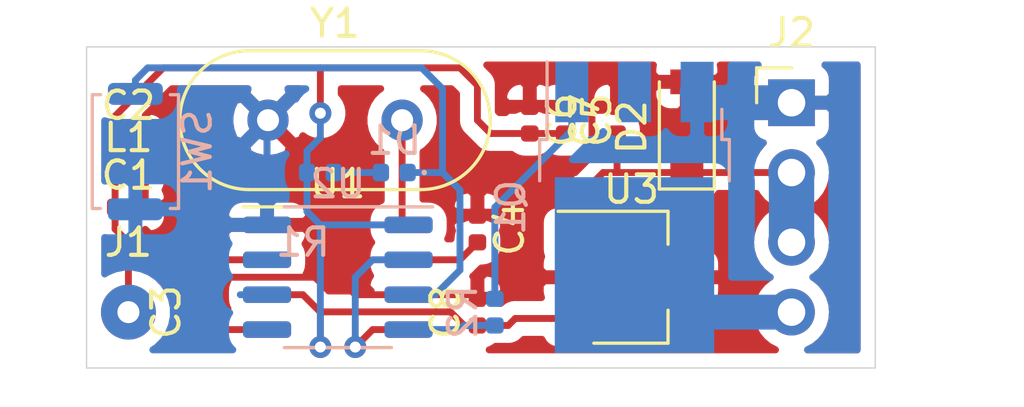
<source format=kicad_pcb>
(kicad_pcb (version 20171130) (host pcbnew "(5.1.2-1)-1")

  (general
    (thickness 1.6)
    (drawings 7)
    (tracks 132)
    (zones 0)
    (modules 21)
    (nets 17)
  )

  (page A4)
  (title_block
    (title RF_Switch_module)
    (date 2019-05-13)
    (rev 0.1)
    (company OSHW)
  )

  (layers
    (0 F.Cu signal)
    (31 B.Cu signal)
    (32 B.Adhes user)
    (33 F.Adhes user)
    (34 B.Paste user)
    (35 F.Paste user)
    (36 B.SilkS user)
    (37 F.SilkS user)
    (38 B.Mask user)
    (39 F.Mask user)
    (40 Dwgs.User user)
    (41 Cmts.User user)
    (42 Eco1.User user)
    (43 Eco2.User user)
    (44 Edge.Cuts user)
    (45 Margin user)
    (46 B.CrtYd user)
    (47 F.CrtYd user)
    (48 B.Fab user)
    (49 F.Fab user)
  )

  (setup
    (last_trace_width 0.25)
    (user_trace_width 0.254)
    (user_trace_width 0.381)
    (user_trace_width 0.508)
    (user_trace_width 0.635)
    (user_trace_width 0.762)
    (user_trace_width 0.889)
    (user_trace_width 1.016)
    (user_trace_width 1.143)
    (user_trace_width 1.27)
    (user_trace_width 1.397)
    (user_trace_width 1.524)
    (user_trace_width 1.651)
    (trace_clearance 0.2)
    (zone_clearance 0.508)
    (zone_45_only no)
    (trace_min 0.2)
    (via_size 0.8)
    (via_drill 0.4)
    (via_min_size 0.4)
    (via_min_drill 0.3)
    (uvia_size 0.3)
    (uvia_drill 0.1)
    (uvias_allowed no)
    (uvia_min_size 0.2)
    (uvia_min_drill 0.1)
    (edge_width 0.05)
    (segment_width 0.2)
    (pcb_text_width 0.3)
    (pcb_text_size 1.5 1.5)
    (mod_edge_width 0.12)
    (mod_text_size 1 1)
    (mod_text_width 0.15)
    (pad_size 1.524 1.524)
    (pad_drill 0.762)
    (pad_to_mask_clearance 0.051)
    (solder_mask_min_width 0.25)
    (aux_axis_origin 0 0)
    (visible_elements FFFFFF7F)
    (pcbplotparams
      (layerselection 0x010fc_ffffffff)
      (usegerberextensions false)
      (usegerberattributes false)
      (usegerberadvancedattributes false)
      (creategerberjobfile false)
      (excludeedgelayer true)
      (linewidth 0.100000)
      (plotframeref false)
      (viasonmask false)
      (mode 1)
      (useauxorigin false)
      (hpglpennumber 1)
      (hpglpenspeed 20)
      (hpglpendiameter 15.000000)
      (psnegative false)
      (psa4output false)
      (plotreference true)
      (plotvalue true)
      (plotinvisibletext false)
      (padsonsilk false)
      (subtractmaskfromsilk false)
      (outputformat 1)
      (mirror false)
      (drillshape 1)
      (scaleselection 1)
      (outputdirectory ""))
  )

  (net 0 "")
  (net 1 "Net-(C1-Pad1)")
  (net 2 GND)
  (net 3 +5V)
  (net 4 "Net-(C3-Pad1)")
  (net 5 "Net-(C4-Pad2)")
  (net 6 VDD)
  (net 7 "Net-(D1-Pad1)")
  (net 8 "Net-(D1-Pad2)")
  (net 9 "Net-(J2-Pad4)")
  (net 10 "Net-(Q1-Pad1)")
  (net 11 "Net-(R2-Pad2)")
  (net 12 "Net-(U1-Pad8)")
  (net 13 "Net-(U1-Pad5)")
  (net 14 "Net-(U2-Pad5)")
  (net 15 "Net-(U2-Pad6)")
  (net 16 "Net-(U2-Pad7)")

  (net_class Default "Questo è il gruppo di collegamenti predefinito"
    (clearance 0.2)
    (trace_width 0.25)
    (via_dia 0.8)
    (via_drill 0.4)
    (uvia_dia 0.3)
    (uvia_drill 0.1)
    (add_net +5V)
    (add_net GND)
    (add_net "Net-(C1-Pad1)")
    (add_net "Net-(C3-Pad1)")
    (add_net "Net-(C4-Pad2)")
    (add_net "Net-(D1-Pad1)")
    (add_net "Net-(D1-Pad2)")
    (add_net "Net-(J2-Pad4)")
    (add_net "Net-(Q1-Pad1)")
    (add_net "Net-(R2-Pad2)")
    (add_net "Net-(U1-Pad5)")
    (add_net "Net-(U1-Pad8)")
    (add_net "Net-(U2-Pad5)")
    (add_net "Net-(U2-Pad6)")
    (add_net "Net-(U2-Pad7)")
    (add_net VDD)
  )

  (module Crystal:Crystal_HC49-U_Vertical (layer F.Cu) (tedit 5A1AD3B8) (tstamp 5CD72692)
    (at 168.91 102.235)
    (descr "Crystal THT HC-49/U http://5hertz.com/pdfs/04404_D.pdf")
    (tags "THT crystalHC-49/U")
    (path /5CD87543)
    (fp_text reference Y1 (at 2.44 -3.525) (layer F.SilkS)
      (effects (font (size 1 1) (thickness 0.15)))
    )
    (fp_text value 6.7458MHz (at 2.44 3.525) (layer F.Fab)
      (effects (font (size 1 1) (thickness 0.15)))
    )
    (fp_text user %R (at 2.44 0) (layer F.Fab)
      (effects (font (size 1 1) (thickness 0.15)))
    )
    (fp_line (start -0.685 -2.325) (end 5.565 -2.325) (layer F.Fab) (width 0.1))
    (fp_line (start -0.685 2.325) (end 5.565 2.325) (layer F.Fab) (width 0.1))
    (fp_line (start -0.56 -2) (end 5.44 -2) (layer F.Fab) (width 0.1))
    (fp_line (start -0.56 2) (end 5.44 2) (layer F.Fab) (width 0.1))
    (fp_line (start -0.685 -2.525) (end 5.565 -2.525) (layer F.SilkS) (width 0.12))
    (fp_line (start -0.685 2.525) (end 5.565 2.525) (layer F.SilkS) (width 0.12))
    (fp_line (start -3.5 -2.8) (end -3.5 2.8) (layer F.CrtYd) (width 0.05))
    (fp_line (start -3.5 2.8) (end 8.4 2.8) (layer F.CrtYd) (width 0.05))
    (fp_line (start 8.4 2.8) (end 8.4 -2.8) (layer F.CrtYd) (width 0.05))
    (fp_line (start 8.4 -2.8) (end -3.5 -2.8) (layer F.CrtYd) (width 0.05))
    (fp_arc (start -0.685 0) (end -0.685 -2.325) (angle -180) (layer F.Fab) (width 0.1))
    (fp_arc (start 5.565 0) (end 5.565 -2.325) (angle 180) (layer F.Fab) (width 0.1))
    (fp_arc (start -0.56 0) (end -0.56 -2) (angle -180) (layer F.Fab) (width 0.1))
    (fp_arc (start 5.44 0) (end 5.44 -2) (angle 180) (layer F.Fab) (width 0.1))
    (fp_arc (start -0.685 0) (end -0.685 -2.525) (angle -180) (layer F.SilkS) (width 0.12))
    (fp_arc (start 5.565 0) (end 5.565 -2.525) (angle 180) (layer F.SilkS) (width 0.12))
    (pad 1 thru_hole circle (at 0 0) (size 1.5 1.5) (drill 0.8) (layers *.Cu *.Mask)
      (net 2 GND))
    (pad 2 thru_hole circle (at 4.88 0) (size 1.5 1.5) (drill 0.8) (layers *.Cu *.Mask)
      (net 12 "Net-(U1-Pad8)"))
    (model ${KISYS3DMOD}/Crystal.3dshapes/Crystal_HC49-U_Vertical.wrl
      (at (xyz 0 0 0))
      (scale (xyz 1 1 1))
      (rotate (xyz 0 0 0))
    )
  )

  (module LED_SMD:LED_0402_1005Metric (layer B.Cu) (tedit 5B301BBE) (tstamp 5CD7253B)
    (at 173.505 104.14 180)
    (descr "LED SMD 0402 (1005 Metric), square (rectangular) end terminal, IPC_7351 nominal, (Body size source: http://www.tortai-tech.com/upload/download/2011102023233369053.pdf), generated with kicad-footprint-generator")
    (tags LED)
    (path /5CD5EB54)
    (attr smd)
    (fp_text reference D1 (at 0 1.17) (layer B.SilkS)
      (effects (font (size 1 1) (thickness 0.15)) (justify mirror))
    )
    (fp_text value LED (at 0 -1.724999) (layer B.Fab)
      (effects (font (size 1 1) (thickness 0.15)) (justify mirror))
    )
    (fp_circle (center -1.09 0) (end -1.04 0) (layer B.SilkS) (width 0.1))
    (fp_line (start -0.5 -0.25) (end -0.5 0.25) (layer B.Fab) (width 0.1))
    (fp_line (start -0.5 0.25) (end 0.5 0.25) (layer B.Fab) (width 0.1))
    (fp_line (start 0.5 0.25) (end 0.5 -0.25) (layer B.Fab) (width 0.1))
    (fp_line (start 0.5 -0.25) (end -0.5 -0.25) (layer B.Fab) (width 0.1))
    (fp_line (start -0.4 -0.25) (end -0.4 0.25) (layer B.Fab) (width 0.1))
    (fp_line (start -0.3 -0.25) (end -0.3 0.25) (layer B.Fab) (width 0.1))
    (fp_line (start -0.93 -0.47) (end -0.93 0.47) (layer B.CrtYd) (width 0.05))
    (fp_line (start -0.93 0.47) (end 0.93 0.47) (layer B.CrtYd) (width 0.05))
    (fp_line (start 0.93 0.47) (end 0.93 -0.47) (layer B.CrtYd) (width 0.05))
    (fp_line (start 0.93 -0.47) (end -0.93 -0.47) (layer B.CrtYd) (width 0.05))
    (fp_text user %R (at 0.15 1.905) (layer B.Fab)
      (effects (font (size 0.25 0.25) (thickness 0.04)) (justify mirror))
    )
    (pad 1 smd roundrect (at -0.485 0 180) (size 0.59 0.64) (layers B.Cu B.Paste B.Mask) (roundrect_rratio 0.25)
      (net 7 "Net-(D1-Pad1)"))
    (pad 2 smd roundrect (at 0.485 0 180) (size 0.59 0.64) (layers B.Cu B.Paste B.Mask) (roundrect_rratio 0.25)
      (net 8 "Net-(D1-Pad2)"))
    (model ${KISYS3DMOD}/LED_SMD.3dshapes/LED_0402_1005Metric.wrl
      (at (xyz 0 0 0))
      (scale (xyz 1 1 1))
      (rotate (xyz 0 0 0))
    )
  )

  (module Diode_SMD:D_SOD-123 (layer F.Cu) (tedit 58645DC7) (tstamp 5CD72554)
    (at 184.15 102.49 90)
    (descr SOD-123)
    (tags SOD-123)
    (path /5CDAD832)
    (attr smd)
    (fp_text reference D2 (at 0 -2 90) (layer F.SilkS)
      (effects (font (size 1 1) (thickness 0.15)))
    )
    (fp_text value 1N4007 (at 0 2.1 90) (layer F.Fab)
      (effects (font (size 1 1) (thickness 0.15)))
    )
    (fp_text user %R (at 0 -2 90) (layer F.Fab)
      (effects (font (size 1 1) (thickness 0.15)))
    )
    (fp_line (start -2.25 -1) (end -2.25 1) (layer F.SilkS) (width 0.12))
    (fp_line (start 0.25 0) (end 0.75 0) (layer F.Fab) (width 0.1))
    (fp_line (start 0.25 0.4) (end -0.35 0) (layer F.Fab) (width 0.1))
    (fp_line (start 0.25 -0.4) (end 0.25 0.4) (layer F.Fab) (width 0.1))
    (fp_line (start -0.35 0) (end 0.25 -0.4) (layer F.Fab) (width 0.1))
    (fp_line (start -0.35 0) (end -0.35 0.55) (layer F.Fab) (width 0.1))
    (fp_line (start -0.35 0) (end -0.35 -0.55) (layer F.Fab) (width 0.1))
    (fp_line (start -0.75 0) (end -0.35 0) (layer F.Fab) (width 0.1))
    (fp_line (start -1.4 0.9) (end -1.4 -0.9) (layer F.Fab) (width 0.1))
    (fp_line (start 1.4 0.9) (end -1.4 0.9) (layer F.Fab) (width 0.1))
    (fp_line (start 1.4 -0.9) (end 1.4 0.9) (layer F.Fab) (width 0.1))
    (fp_line (start -1.4 -0.9) (end 1.4 -0.9) (layer F.Fab) (width 0.1))
    (fp_line (start -2.35 -1.15) (end 2.35 -1.15) (layer F.CrtYd) (width 0.05))
    (fp_line (start 2.35 -1.15) (end 2.35 1.15) (layer F.CrtYd) (width 0.05))
    (fp_line (start 2.35 1.15) (end -2.35 1.15) (layer F.CrtYd) (width 0.05))
    (fp_line (start -2.35 -1.15) (end -2.35 1.15) (layer F.CrtYd) (width 0.05))
    (fp_line (start -2.25 1) (end 1.65 1) (layer F.SilkS) (width 0.12))
    (fp_line (start -2.25 -1) (end 1.65 -1) (layer F.SilkS) (width 0.12))
    (pad 1 smd rect (at -1.65 0 90) (size 0.9 1.2) (layers F.Cu F.Paste F.Mask)
      (net 6 VDD))
    (pad 2 smd rect (at 1.65 0 90) (size 0.9 1.2) (layers F.Cu F.Paste F.Mask)
      (net 2 GND))
    (model ${KISYS3DMOD}/Diode_SMD.3dshapes/D_SOD-123.wrl
      (at (xyz 0 0 0))
      (scale (xyz 1 1 1))
      (rotate (xyz 0 0 0))
    )
  )

  (module Connector_Wire:SolderWirePad_1x01_Drill0.8mm (layer F.Cu) (tedit 5A2676A0) (tstamp 5CD7255E)
    (at 163.83 109.22)
    (descr "Wire solder connection")
    (tags connector)
    (path /5CDA04B7)
    (attr virtual)
    (fp_text reference J1 (at 0 -2.54) (layer F.SilkS)
      (effects (font (size 1 1) (thickness 0.15)))
    )
    (fp_text value Conn_01x01 (at 0 2.54) (layer B.Fab)
      (effects (font (size 1 1) (thickness 0.15)) (justify mirror))
    )
    (fp_text user %R (at 0 0) (layer F.Fab)
      (effects (font (size 1 1) (thickness 0.15)))
    )
    (fp_line (start -1.5 -1.5) (end 1.5 -1.5) (layer F.CrtYd) (width 0.05))
    (fp_line (start -1.5 -1.5) (end -1.5 1.5) (layer F.CrtYd) (width 0.05))
    (fp_line (start 1.5 1.5) (end 1.5 -1.5) (layer F.CrtYd) (width 0.05))
    (fp_line (start 1.5 1.5) (end -1.5 1.5) (layer F.CrtYd) (width 0.05))
    (pad 1 thru_hole circle (at 0 0) (size 1.99898 1.99898) (drill 0.8001) (layers *.Cu *.Mask)
      (net 1 "Net-(C1-Pad1)"))
  )

  (module Inductor_SMD:L_0402_1005Metric (layer F.Cu) (tedit 5B301BBE) (tstamp 5CD725BA)
    (at 163.83 104.14)
    (descr "Inductor SMD 0402 (1005 Metric), square (rectangular) end terminal, IPC_7351 nominal, (Body size source: http://www.tortai-tech.com/upload/download/2011102023233369053.pdf), generated with kicad-footprint-generator")
    (tags inductor)
    (path /5CD85717)
    (attr smd)
    (fp_text reference L1 (at 0 -1.27) (layer F.SilkS)
      (effects (font (size 1 1) (thickness 0.15)))
    )
    (fp_text value 16.6nH (at 0 1.17) (layer F.Fab)
      (effects (font (size 1 1) (thickness 0.15)))
    )
    (fp_line (start -0.5 0.25) (end -0.5 -0.25) (layer F.Fab) (width 0.1))
    (fp_line (start -0.5 -0.25) (end 0.5 -0.25) (layer F.Fab) (width 0.1))
    (fp_line (start 0.5 -0.25) (end 0.5 0.25) (layer F.Fab) (width 0.1))
    (fp_line (start 0.5 0.25) (end -0.5 0.25) (layer F.Fab) (width 0.1))
    (fp_line (start -0.93 0.47) (end -0.93 -0.47) (layer F.CrtYd) (width 0.05))
    (fp_line (start -0.93 -0.47) (end 0.93 -0.47) (layer F.CrtYd) (width 0.05))
    (fp_line (start 0.93 -0.47) (end 0.93 0.47) (layer F.CrtYd) (width 0.05))
    (fp_line (start 0.93 0.47) (end -0.93 0.47) (layer F.CrtYd) (width 0.05))
    (fp_text user %R (at 0 0) (layer F.Fab)
      (effects (font (size 0.25 0.25) (thickness 0.04)))
    )
    (pad 1 smd roundrect (at -0.485 0) (size 0.59 0.64) (layers F.Cu F.Paste F.Mask) (roundrect_rratio 0.25)
      (net 1 "Net-(C1-Pad1)"))
    (pad 2 smd roundrect (at 0.485 0) (size 0.59 0.64) (layers F.Cu F.Paste F.Mask) (roundrect_rratio 0.25)
      (net 2 GND))
    (model ${KISYS3DMOD}/Inductor_SMD.3dshapes/L_0402_1005Metric.wrl
      (at (xyz 0 0 0))
      (scale (xyz 1 1 1))
      (rotate (xyz 0 0 0))
    )
  )

  (module Package_SO:SO-8_3.9x4.9mm_P1.27mm (layer F.Cu) (tedit 5C509AD1) (tstamp 5CD72649)
    (at 171.45 107.95)
    (descr "SO, 8 Pin (https://www.nxp.com/docs/en/data-sheet/PCF8523.pdf), generated with kicad-footprint-generator ipc_gullwing_generator.py")
    (tags "SO SO")
    (path /5CD7F627)
    (attr smd)
    (fp_text reference U1 (at 0 -3.4) (layer F.SilkS)
      (effects (font (size 1 1) (thickness 0.15)))
    )
    (fp_text value SYN480R (at 0 3.4) (layer F.Fab)
      (effects (font (size 1 1) (thickness 0.15)))
    )
    (fp_text user %R (at 0 0) (layer F.Fab)
      (effects (font (size 0.98 0.98) (thickness 0.15)))
    )
    (fp_line (start 3.7 -2.7) (end -3.7 -2.7) (layer F.CrtYd) (width 0.05))
    (fp_line (start 3.7 2.7) (end 3.7 -2.7) (layer F.CrtYd) (width 0.05))
    (fp_line (start -3.7 2.7) (end 3.7 2.7) (layer F.CrtYd) (width 0.05))
    (fp_line (start -3.7 -2.7) (end -3.7 2.7) (layer F.CrtYd) (width 0.05))
    (fp_line (start -1.95 -1.475) (end -0.975 -2.45) (layer F.Fab) (width 0.1))
    (fp_line (start -1.95 2.45) (end -1.95 -1.475) (layer F.Fab) (width 0.1))
    (fp_line (start 1.95 2.45) (end -1.95 2.45) (layer F.Fab) (width 0.1))
    (fp_line (start 1.95 -2.45) (end 1.95 2.45) (layer F.Fab) (width 0.1))
    (fp_line (start -0.975 -2.45) (end 1.95 -2.45) (layer F.Fab) (width 0.1))
    (fp_line (start 0 -2.56) (end -3.45 -2.56) (layer F.SilkS) (width 0.12))
    (fp_line (start 0 -2.56) (end 1.95 -2.56) (layer F.SilkS) (width 0.12))
    (fp_line (start 0 2.56) (end -1.95 2.56) (layer F.SilkS) (width 0.12))
    (fp_line (start 0 2.56) (end 1.95 2.56) (layer F.SilkS) (width 0.12))
    (pad 8 smd roundrect (at 2.575 -1.905) (size 1.75 0.6) (layers F.Cu F.Paste F.Mask) (roundrect_rratio 0.25)
      (net 12 "Net-(U1-Pad8)"))
    (pad 7 smd roundrect (at 2.575 -0.635) (size 1.75 0.6) (layers F.Cu F.Paste F.Mask) (roundrect_rratio 0.25)
      (net 5 "Net-(C4-Pad2)"))
    (pad 6 smd roundrect (at 2.575 0.635) (size 1.75 0.6) (layers F.Cu F.Paste F.Mask) (roundrect_rratio 0.25)
      (net 2 GND))
    (pad 5 smd roundrect (at 2.575 1.905) (size 1.75 0.6) (layers F.Cu F.Paste F.Mask) (roundrect_rratio 0.25)
      (net 13 "Net-(U1-Pad5)"))
    (pad 4 smd roundrect (at -2.575 1.905) (size 1.75 0.6) (layers F.Cu F.Paste F.Mask) (roundrect_rratio 0.25)
      (net 4 "Net-(C3-Pad1)"))
    (pad 3 smd roundrect (at -2.575 0.635) (size 1.75 0.6) (layers F.Cu F.Paste F.Mask) (roundrect_rratio 0.25)
      (net 3 +5V))
    (pad 2 smd roundrect (at -2.575 -0.635) (size 1.75 0.6) (layers F.Cu F.Paste F.Mask) (roundrect_rratio 0.25)
      (net 1 "Net-(C1-Pad1)"))
    (pad 1 smd roundrect (at -2.575 -1.905) (size 1.75 0.6) (layers F.Cu F.Paste F.Mask) (roundrect_rratio 0.25)
      (net 2 GND))
    (model ${KISYS3DMOD}/Package_SO.3dshapes/SO-8_3.9x4.9mm_P1.27mm.wrl
      (at (xyz 0 0 0))
      (scale (xyz 1 1 1))
      (rotate (xyz 0 0 0))
    )
  )

  (module Package_SO:SO-8_3.9x4.9mm_P1.27mm (layer B.Cu) (tedit 5C509AD1) (tstamp 5CD72663)
    (at 171.45 107.95 180)
    (descr "SO, 8 Pin (https://www.nxp.com/docs/en/data-sheet/PCF8523.pdf), generated with kicad-footprint-generator ipc_gullwing_generator.py")
    (tags "SO SO")
    (path /5CD5ADEF)
    (attr smd)
    (fp_text reference U2 (at 0 3.4) (layer B.SilkS)
      (effects (font (size 1 1) (thickness 0.15)) (justify mirror))
    )
    (fp_text value RFE272A (at 0 -3.4) (layer B.Fab)
      (effects (font (size 1 1) (thickness 0.15)) (justify mirror))
    )
    (fp_line (start 0 -2.56) (end 1.95 -2.56) (layer B.SilkS) (width 0.12))
    (fp_line (start 0 -2.56) (end -1.95 -2.56) (layer B.SilkS) (width 0.12))
    (fp_line (start 0 2.56) (end 1.95 2.56) (layer B.SilkS) (width 0.12))
    (fp_line (start 0 2.56) (end -3.45 2.56) (layer B.SilkS) (width 0.12))
    (fp_line (start -0.975 2.45) (end 1.95 2.45) (layer B.Fab) (width 0.1))
    (fp_line (start 1.95 2.45) (end 1.95 -2.45) (layer B.Fab) (width 0.1))
    (fp_line (start 1.95 -2.45) (end -1.95 -2.45) (layer B.Fab) (width 0.1))
    (fp_line (start -1.95 -2.45) (end -1.95 1.475) (layer B.Fab) (width 0.1))
    (fp_line (start -1.95 1.475) (end -0.975 2.45) (layer B.Fab) (width 0.1))
    (fp_line (start -3.7 2.7) (end -3.7 -2.7) (layer B.CrtYd) (width 0.05))
    (fp_line (start -3.7 -2.7) (end 3.7 -2.7) (layer B.CrtYd) (width 0.05))
    (fp_line (start 3.7 -2.7) (end 3.7 2.7) (layer B.CrtYd) (width 0.05))
    (fp_line (start 3.7 2.7) (end -3.7 2.7) (layer B.CrtYd) (width 0.05))
    (fp_text user %R (at 0 0) (layer B.Fab)
      (effects (font (size 0.98 0.98) (thickness 0.15)) (justify mirror))
    )
    (pad 1 smd roundrect (at -2.575 1.905 180) (size 1.75 0.6) (layers B.Cu B.Paste B.Mask) (roundrect_rratio 0.25)
      (net 3 +5V))
    (pad 2 smd roundrect (at -2.575 0.635 180) (size 1.75 0.6) (layers B.Cu B.Paste B.Mask) (roundrect_rratio 0.25)
      (net 13 "Net-(U1-Pad5)"))
    (pad 3 smd roundrect (at -2.575 -0.635 180) (size 1.75 0.6) (layers B.Cu B.Paste B.Mask) (roundrect_rratio 0.25)
      (net 7 "Net-(D1-Pad1)"))
    (pad 4 smd roundrect (at -2.575 -1.905 180) (size 1.75 0.6) (layers B.Cu B.Paste B.Mask) (roundrect_rratio 0.25)
      (net 11 "Net-(R2-Pad2)"))
    (pad 5 smd roundrect (at 2.575 -1.905 180) (size 1.75 0.6) (layers B.Cu B.Paste B.Mask) (roundrect_rratio 0.25)
      (net 14 "Net-(U2-Pad5)"))
    (pad 6 smd roundrect (at 2.575 -0.635 180) (size 1.75 0.6) (layers B.Cu B.Paste B.Mask) (roundrect_rratio 0.25)
      (net 15 "Net-(U2-Pad6)"))
    (pad 7 smd roundrect (at 2.575 0.635 180) (size 1.75 0.6) (layers B.Cu B.Paste B.Mask) (roundrect_rratio 0.25)
      (net 16 "Net-(U2-Pad7)"))
    (pad 8 smd roundrect (at 2.575 1.905 180) (size 1.75 0.6) (layers B.Cu B.Paste B.Mask) (roundrect_rratio 0.25)
      (net 2 GND))
    (model ${KISYS3DMOD}/Package_SO.3dshapes/SO-8_3.9x4.9mm_P1.27mm.wrl
      (at (xyz 0 0 0))
      (scale (xyz 1 1 1))
      (rotate (xyz 0 0 0))
    )
  )

  (module Package_TO_SOT_SMD:SOT-89-3 (layer F.Cu) (tedit 5A02FF57) (tstamp 5CD7267B)
    (at 181.6862 107.95)
    (descr SOT-89-3)
    (tags SOT-89-3)
    (path /5CD6A189)
    (attr smd)
    (fp_text reference U3 (at 0.45 -3.2) (layer F.SilkS)
      (effects (font (size 1 1) (thickness 0.15)))
    )
    (fp_text value L7805 (at 0.45 3.25) (layer F.Fab)
      (effects (font (size 1 1) (thickness 0.15)))
    )
    (fp_text user %R (at 0.38 0 90) (layer F.Fab)
      (effects (font (size 0.6 0.6) (thickness 0.09)))
    )
    (fp_line (start 1.78 1.2) (end 1.78 2.4) (layer F.SilkS) (width 0.12))
    (fp_line (start 1.78 2.4) (end -0.92 2.4) (layer F.SilkS) (width 0.12))
    (fp_line (start -2.22 -2.4) (end 1.78 -2.4) (layer F.SilkS) (width 0.12))
    (fp_line (start 1.78 -2.4) (end 1.78 -1.2) (layer F.SilkS) (width 0.12))
    (fp_line (start -0.92 -1.51) (end -0.13 -2.3) (layer F.Fab) (width 0.1))
    (fp_line (start 1.68 -2.3) (end 1.68 2.3) (layer F.Fab) (width 0.1))
    (fp_line (start 1.68 2.3) (end -0.92 2.3) (layer F.Fab) (width 0.1))
    (fp_line (start -0.92 2.3) (end -0.92 -1.51) (layer F.Fab) (width 0.1))
    (fp_line (start -0.13 -2.3) (end 1.68 -2.3) (layer F.Fab) (width 0.1))
    (fp_line (start 3.23 -2.55) (end 3.23 2.55) (layer F.CrtYd) (width 0.05))
    (fp_line (start 3.23 -2.55) (end -2.48 -2.55) (layer F.CrtYd) (width 0.05))
    (fp_line (start -2.48 2.55) (end 3.23 2.55) (layer F.CrtYd) (width 0.05))
    (fp_line (start -2.48 2.55) (end -2.48 -2.55) (layer F.CrtYd) (width 0.05))
    (pad 2 smd trapezoid (at 2.667 0 270) (size 1.6 0.85) (rect_delta 0 0.6 ) (layers F.Cu F.Paste F.Mask)
      (net 2 GND))
    (pad 1 smd rect (at -1.48 -1.5 270) (size 1 1.5) (layers F.Cu F.Paste F.Mask)
      (net 6 VDD))
    (pad 2 smd rect (at -1.3335 0 270) (size 1 1.8) (layers F.Cu F.Paste F.Mask)
      (net 2 GND))
    (pad 3 smd rect (at -1.48 1.5 270) (size 1 1.5) (layers F.Cu F.Paste F.Mask)
      (net 3 +5V))
    (pad 2 smd rect (at 1.3335 0 270) (size 2.2 1.84) (layers F.Cu F.Paste F.Mask)
      (net 2 GND))
    (pad 2 smd trapezoid (at -0.0762 0 90) (size 1.5 1) (rect_delta 0 0.7 ) (layers F.Cu F.Paste F.Mask)
      (net 2 GND))
    (model ${KISYS3DMOD}/Package_TO_SOT_SMD.3dshapes/SOT-89-3.wrl
      (at (xyz 0 0 0))
      (scale (xyz 1 1 1))
      (rotate (xyz 0 0 0))
    )
  )

  (module Connector_PinHeader_2.54mm_OSHW:PinHeader_1x04_P2.54mm_Horizontal (layer F.Cu) (tedit 5CD1DFF4) (tstamp 5CD72B56)
    (at 187.96 101.6)
    (descr "Through hole angled pin header, 1x04, 2.54mm pitch, 6mm pin length, single row")
    (tags "Through hole angled pin header THT 1x04 2.54mm single row")
    (path /5CDE392F)
    (fp_text reference J2 (at 0 -2.54) (layer F.SilkS)
      (effects (font (size 1 1) (thickness 0.15)))
    )
    (fp_text value Conn_01x04 (at 3.81 10.16) (layer F.Fab)
      (effects (font (size 1 1) (thickness 0.15)))
    )
    (fp_text user %R (at -2.54 3.81 90) (layer F.Fab)
      (effects (font (size 1 1) (thickness 0.15)))
    )
    (fp_line (start -1.8 -1.8) (end -1.8 9.4) (layer F.CrtYd) (width 0.05))
    (fp_line (start -1.27 -1.27) (end 0 -1.27) (layer F.SilkS) (width 0.12))
    (fp_line (start -1.27 0) (end -1.27 -1.27) (layer F.SilkS) (width 0.12))
    (fp_line (start -1.8 9.4) (end -1.8 -1.8) (layer F.CrtYd) (width 0.12))
    (fp_line (start 2.9 9.4) (end -1.8 9.4) (layer F.CrtYd) (width 0.12))
    (fp_line (start 2.9 -1.8) (end 2.9 9.4) (layer F.CrtYd) (width 0.12))
    (fp_line (start -1.8 -1.8) (end 2.9 -1.8) (layer F.CrtYd) (width 0.12))
    (pad 4 thru_hole oval (at 0 7.62) (size 1.7 1.7) (drill 1) (layers *.Cu *.Mask)
      (net 9 "Net-(J2-Pad4)"))
    (pad 3 thru_hole oval (at 0 5.08) (size 1.7 1.7) (drill 1) (layers *.Cu *.Mask)
      (net 6 VDD))
    (pad 2 thru_hole oval (at 0 2.54) (size 1.7 1.7) (drill 1) (layers *.Cu *.Mask)
      (net 6 VDD))
    (pad 1 thru_hole rect (at 0 0) (size 1.7 1.7) (drill 1) (layers *.Cu *.Mask)
      (net 2 GND))
    (model ${KISYS3DMOD}/Connector_PinHeader_2.54mm.3dshapes/PinHeader_1x04_P2.54mm_Horizontal.wrl
      (at (xyz 0 0 0))
      (scale (xyz 1 1 1))
      (rotate (xyz 0 0 0))
    )
  )

  (module Capacitor_SMD:C_0402_1005Metric (layer F.Cu) (tedit 5B301BBE) (tstamp 5CD75B7C)
    (at 163.83 105.41)
    (descr "Capacitor SMD 0402 (1005 Metric), square (rectangular) end terminal, IPC_7351 nominal, (Body size source: http://www.tortai-tech.com/upload/download/2011102023233369053.pdf), generated with kicad-footprint-generator")
    (tags capacitor)
    (path /5CD82FDC)
    (attr smd)
    (fp_text reference C1 (at 0 -1.17) (layer F.SilkS)
      (effects (font (size 1 1) (thickness 0.15)))
    )
    (fp_text value 8.2pF (at 0 1.17) (layer F.Fab)
      (effects (font (size 1 1) (thickness 0.15)))
    )
    (fp_line (start -0.5 0.25) (end -0.5 -0.25) (layer F.Fab) (width 0.1))
    (fp_line (start -0.5 -0.25) (end 0.5 -0.25) (layer F.Fab) (width 0.1))
    (fp_line (start 0.5 -0.25) (end 0.5 0.25) (layer F.Fab) (width 0.1))
    (fp_line (start 0.5 0.25) (end -0.5 0.25) (layer F.Fab) (width 0.1))
    (fp_line (start -0.93 0.47) (end -0.93 -0.47) (layer F.CrtYd) (width 0.05))
    (fp_line (start -0.93 -0.47) (end 0.93 -0.47) (layer F.CrtYd) (width 0.05))
    (fp_line (start 0.93 -0.47) (end 0.93 0.47) (layer F.CrtYd) (width 0.05))
    (fp_line (start 0.93 0.47) (end -0.93 0.47) (layer F.CrtYd) (width 0.05))
    (fp_text user %R (at 0 0) (layer F.Fab)
      (effects (font (size 0.25 0.25) (thickness 0.04)))
    )
    (pad 1 smd roundrect (at -0.485 0) (size 0.59 0.64) (layers F.Cu F.Paste F.Mask) (roundrect_rratio 0.25)
      (net 1 "Net-(C1-Pad1)"))
    (pad 2 smd roundrect (at 0.485 0) (size 0.59 0.64) (layers F.Cu F.Paste F.Mask) (roundrect_rratio 0.25)
      (net 2 GND))
    (model ${KISYS3DMOD}/Capacitor_SMD.3dshapes/C_0402_1005Metric.wrl
      (at (xyz 0 0 0))
      (scale (xyz 1 1 1))
      (rotate (xyz 0 0 0))
    )
  )

  (module Capacitor_SMD:C_0402_1005Metric (layer F.Cu) (tedit 5B301BBE) (tstamp 5CD75B8B)
    (at 163.83 102.87)
    (descr "Capacitor SMD 0402 (1005 Metric), square (rectangular) end terminal, IPC_7351 nominal, (Body size source: http://www.tortai-tech.com/upload/download/2011102023233369053.pdf), generated with kicad-footprint-generator")
    (tags capacitor)
    (path /5CD84CF5)
    (attr smd)
    (fp_text reference C2 (at 0 -1.17) (layer F.SilkS)
      (effects (font (size 1 1) (thickness 0.15)))
    )
    (fp_text value 4.7uF (at 0 1.17) (layer F.Fab)
      (effects (font (size 1 1) (thickness 0.15)))
    )
    (fp_line (start -0.5 0.25) (end -0.5 -0.25) (layer F.Fab) (width 0.1))
    (fp_line (start -0.5 -0.25) (end 0.5 -0.25) (layer F.Fab) (width 0.1))
    (fp_line (start 0.5 -0.25) (end 0.5 0.25) (layer F.Fab) (width 0.1))
    (fp_line (start 0.5 0.25) (end -0.5 0.25) (layer F.Fab) (width 0.1))
    (fp_line (start -0.93 0.47) (end -0.93 -0.47) (layer F.CrtYd) (width 0.05))
    (fp_line (start -0.93 -0.47) (end 0.93 -0.47) (layer F.CrtYd) (width 0.05))
    (fp_line (start 0.93 -0.47) (end 0.93 0.47) (layer F.CrtYd) (width 0.05))
    (fp_line (start 0.93 0.47) (end -0.93 0.47) (layer F.CrtYd) (width 0.05))
    (fp_text user %R (at 0 0) (layer F.Fab)
      (effects (font (size 0.25 0.25) (thickness 0.04)))
    )
    (pad 1 smd roundrect (at -0.485 0) (size 0.59 0.64) (layers F.Cu F.Paste F.Mask) (roundrect_rratio 0.25)
      (net 3 +5V))
    (pad 2 smd roundrect (at 0.485 0) (size 0.59 0.64) (layers F.Cu F.Paste F.Mask) (roundrect_rratio 0.25)
      (net 2 GND))
    (model ${KISYS3DMOD}/Capacitor_SMD.3dshapes/C_0402_1005Metric.wrl
      (at (xyz 0 0 0))
      (scale (xyz 1 1 1))
      (rotate (xyz 0 0 0))
    )
  )

  (module Capacitor_SMD:C_0402_1005Metric (layer F.Cu) (tedit 5B301BBE) (tstamp 5CD75B9A)
    (at 166.37 109.22 90)
    (descr "Capacitor SMD 0402 (1005 Metric), square (rectangular) end terminal, IPC_7351 nominal, (Body size source: http://www.tortai-tech.com/upload/download/2011102023233369053.pdf), generated with kicad-footprint-generator")
    (tags capacitor)
    (path /5CD83F41)
    (attr smd)
    (fp_text reference C3 (at 0 -1.17 90) (layer F.SilkS)
      (effects (font (size 1 1) (thickness 0.15)))
    )
    (fp_text value 2.2uF (at 0 1.17 90) (layer F.Fab)
      (effects (font (size 1 1) (thickness 0.15)))
    )
    (fp_text user %R (at 0 0 90) (layer F.Fab)
      (effects (font (size 0.25 0.25) (thickness 0.04)))
    )
    (fp_line (start 0.93 0.47) (end -0.93 0.47) (layer F.CrtYd) (width 0.05))
    (fp_line (start 0.93 -0.47) (end 0.93 0.47) (layer F.CrtYd) (width 0.05))
    (fp_line (start -0.93 -0.47) (end 0.93 -0.47) (layer F.CrtYd) (width 0.05))
    (fp_line (start -0.93 0.47) (end -0.93 -0.47) (layer F.CrtYd) (width 0.05))
    (fp_line (start 0.5 0.25) (end -0.5 0.25) (layer F.Fab) (width 0.1))
    (fp_line (start 0.5 -0.25) (end 0.5 0.25) (layer F.Fab) (width 0.1))
    (fp_line (start -0.5 -0.25) (end 0.5 -0.25) (layer F.Fab) (width 0.1))
    (fp_line (start -0.5 0.25) (end -0.5 -0.25) (layer F.Fab) (width 0.1))
    (pad 2 smd roundrect (at 0.485 0 90) (size 0.59 0.64) (layers F.Cu F.Paste F.Mask) (roundrect_rratio 0.25)
      (net 2 GND))
    (pad 1 smd roundrect (at -0.485 0 90) (size 0.59 0.64) (layers F.Cu F.Paste F.Mask) (roundrect_rratio 0.25)
      (net 4 "Net-(C3-Pad1)"))
    (model ${KISYS3DMOD}/Capacitor_SMD.3dshapes/C_0402_1005Metric.wrl
      (at (xyz 0 0 0))
      (scale (xyz 1 1 1))
      (rotate (xyz 0 0 0))
    )
  )

  (module Capacitor_SMD:C_0402_1005Metric (layer F.Cu) (tedit 5B301BBE) (tstamp 5CD75BA9)
    (at 176.53 106.195 270)
    (descr "Capacitor SMD 0402 (1005 Metric), square (rectangular) end terminal, IPC_7351 nominal, (Body size source: http://www.tortai-tech.com/upload/download/2011102023233369053.pdf), generated with kicad-footprint-generator")
    (tags capacitor)
    (path /5CD8B289)
    (attr smd)
    (fp_text reference C4 (at 0 -1.17 90) (layer F.SilkS)
      (effects (font (size 1 1) (thickness 0.15)))
    )
    (fp_text value 4.7uF (at 0 1.17 90) (layer F.Fab)
      (effects (font (size 1 1) (thickness 0.15)))
    )
    (fp_text user %R (at 0 0 90) (layer F.Fab)
      (effects (font (size 0.25 0.25) (thickness 0.04)))
    )
    (fp_line (start 0.93 0.47) (end -0.93 0.47) (layer F.CrtYd) (width 0.05))
    (fp_line (start 0.93 -0.47) (end 0.93 0.47) (layer F.CrtYd) (width 0.05))
    (fp_line (start -0.93 -0.47) (end 0.93 -0.47) (layer F.CrtYd) (width 0.05))
    (fp_line (start -0.93 0.47) (end -0.93 -0.47) (layer F.CrtYd) (width 0.05))
    (fp_line (start 0.5 0.25) (end -0.5 0.25) (layer F.Fab) (width 0.1))
    (fp_line (start 0.5 -0.25) (end 0.5 0.25) (layer F.Fab) (width 0.1))
    (fp_line (start -0.5 -0.25) (end 0.5 -0.25) (layer F.Fab) (width 0.1))
    (fp_line (start -0.5 0.25) (end -0.5 -0.25) (layer F.Fab) (width 0.1))
    (pad 2 smd roundrect (at 0.485 0 270) (size 0.59 0.64) (layers F.Cu F.Paste F.Mask) (roundrect_rratio 0.25)
      (net 5 "Net-(C4-Pad2)"))
    (pad 1 smd roundrect (at -0.485 0 270) (size 0.59 0.64) (layers F.Cu F.Paste F.Mask) (roundrect_rratio 0.25)
      (net 2 GND))
    (model ${KISYS3DMOD}/Capacitor_SMD.3dshapes/C_0402_1005Metric.wrl
      (at (xyz 0 0 0))
      (scale (xyz 1 1 1))
      (rotate (xyz 0 0 0))
    )
  )

  (module Package_TO_SOT_SMD:TO-252-3_TabPin2 (layer B.Cu) (tedit 5A70F30B) (tstamp 5CD92752)
    (at 182.245 105.41 270)
    (descr "TO-252 / DPAK SMD package, http://www.infineon.com/cms/en/product/packages/PG-TO252/PG-TO252-3-1/")
    (tags "DPAK TO-252 DPAK-3 TO-252-3 SOT-428")
    (path /5CD7332C)
    (attr smd)
    (fp_text reference Q1 (at 0 4.5 90) (layer B.SilkS)
      (effects (font (size 1 1) (thickness 0.15)) (justify mirror))
    )
    (fp_text value IRF740 (at 0 -4.5 90) (layer B.Fab)
      (effects (font (size 1 1) (thickness 0.15)) (justify mirror))
    )
    (fp_line (start 3.95 2.7) (end 4.95 2.7) (layer B.Fab) (width 0.1))
    (fp_line (start 4.95 2.7) (end 4.95 -2.7) (layer B.Fab) (width 0.1))
    (fp_line (start 4.95 -2.7) (end 3.95 -2.7) (layer B.Fab) (width 0.1))
    (fp_line (start 3.95 3.25) (end 3.95 -3.25) (layer B.Fab) (width 0.1))
    (fp_line (start 3.95 -3.25) (end -2.27 -3.25) (layer B.Fab) (width 0.1))
    (fp_line (start -2.27 -3.25) (end -2.27 2.25) (layer B.Fab) (width 0.1))
    (fp_line (start -2.27 2.25) (end -1.27 3.25) (layer B.Fab) (width 0.1))
    (fp_line (start -1.27 3.25) (end 3.95 3.25) (layer B.Fab) (width 0.1))
    (fp_line (start -1.865 2.655) (end -4.97 2.655) (layer B.Fab) (width 0.1))
    (fp_line (start -4.97 2.655) (end -4.97 1.905) (layer B.Fab) (width 0.1))
    (fp_line (start -4.97 1.905) (end -2.27 1.905) (layer B.Fab) (width 0.1))
    (fp_line (start -2.27 0.375) (end -4.97 0.375) (layer B.Fab) (width 0.1))
    (fp_line (start -4.97 0.375) (end -4.97 -0.375) (layer B.Fab) (width 0.1))
    (fp_line (start -4.97 -0.375) (end -2.27 -0.375) (layer B.Fab) (width 0.1))
    (fp_line (start -2.27 -1.905) (end -4.97 -1.905) (layer B.Fab) (width 0.1))
    (fp_line (start -4.97 -1.905) (end -4.97 -2.655) (layer B.Fab) (width 0.1))
    (fp_line (start -4.97 -2.655) (end -2.27 -2.655) (layer B.Fab) (width 0.1))
    (fp_line (start -0.97 3.45) (end -2.47 3.45) (layer B.SilkS) (width 0.12))
    (fp_line (start -2.47 3.45) (end -2.47 3.18) (layer B.SilkS) (width 0.12))
    (fp_line (start -2.47 3.18) (end -5.3 3.18) (layer B.SilkS) (width 0.12))
    (fp_line (start -0.97 -3.45) (end -2.47 -3.45) (layer B.SilkS) (width 0.12))
    (fp_line (start -2.47 -3.45) (end -2.47 -3.18) (layer B.SilkS) (width 0.12))
    (fp_line (start -2.47 -3.18) (end -3.57 -3.18) (layer B.SilkS) (width 0.12))
    (fp_line (start -5.55 3.5) (end -5.55 -3.5) (layer B.CrtYd) (width 0.05))
    (fp_line (start -5.55 -3.5) (end 5.55 -3.5) (layer B.CrtYd) (width 0.05))
    (fp_line (start 5.55 -3.5) (end 5.55 3.5) (layer B.CrtYd) (width 0.05))
    (fp_line (start 5.55 3.5) (end -5.55 3.5) (layer B.CrtYd) (width 0.05))
    (fp_text user %R (at 0 0 90) (layer B.Fab)
      (effects (font (size 1 1) (thickness 0.15)) (justify mirror))
    )
    (pad 1 smd rect (at -4.2 2.28 270) (size 2.2 1.2) (layers B.Cu B.Paste B.Mask)
      (net 10 "Net-(Q1-Pad1)"))
    (pad 2 smd rect (at -4.2 0 270) (size 2.2 1.2) (layers B.Cu B.Paste B.Mask)
      (net 9 "Net-(J2-Pad4)"))
    (pad 3 smd rect (at -4.2 -2.28 270) (size 2.2 1.2) (layers B.Cu B.Paste B.Mask)
      (net 2 GND))
    (pad 2 smd rect (at 2.1 0 270) (size 6.4 5.8) (layers B.Cu B.Mask)
      (net 9 "Net-(J2-Pad4)"))
    (pad "" smd rect (at 3.775 -1.525 270) (size 3.05 2.75) (layers B.Paste))
    (pad "" smd rect (at 0.425 1.525 270) (size 3.05 2.75) (layers B.Paste))
    (pad "" smd rect (at 3.775 1.525 270) (size 3.05 2.75) (layers B.Paste))
    (pad "" smd rect (at 0.425 -1.525 270) (size 3.05 2.75) (layers B.Paste))
    (model ${KISYS3DMOD}/Package_TO_SOT_SMD.3dshapes/TO-252-3_TabPin2.wrl
      (at (xyz 0 0 0))
      (scale (xyz 1 1 1))
      (rotate (xyz 0 0 0))
    )
  )

  (module Resistor_SMD:R_0402_1005Metric (layer B.Cu) (tedit 5B301BBD) (tstamp 5CD92761)
    (at 177.165 109.22 270)
    (descr "Resistor SMD 0402 (1005 Metric), square (rectangular) end terminal, IPC_7351 nominal, (Body size source: http://www.tortai-tech.com/upload/download/2011102023233369053.pdf), generated with kicad-footprint-generator")
    (tags resistor)
    (path /5CD71CD3)
    (attr smd)
    (fp_text reference R2 (at 0 1.17 90) (layer B.SilkS)
      (effects (font (size 1 1) (thickness 0.15)) (justify mirror))
    )
    (fp_text value 1.2KOhm (at 0 -1.17 90) (layer B.Fab)
      (effects (font (size 1 1) (thickness 0.15)) (justify mirror))
    )
    (fp_line (start -0.5 -0.25) (end -0.5 0.25) (layer B.Fab) (width 0.1))
    (fp_line (start -0.5 0.25) (end 0.5 0.25) (layer B.Fab) (width 0.1))
    (fp_line (start 0.5 0.25) (end 0.5 -0.25) (layer B.Fab) (width 0.1))
    (fp_line (start 0.5 -0.25) (end -0.5 -0.25) (layer B.Fab) (width 0.1))
    (fp_line (start -0.93 -0.47) (end -0.93 0.47) (layer B.CrtYd) (width 0.05))
    (fp_line (start -0.93 0.47) (end 0.93 0.47) (layer B.CrtYd) (width 0.05))
    (fp_line (start 0.93 0.47) (end 0.93 -0.47) (layer B.CrtYd) (width 0.05))
    (fp_line (start 0.93 -0.47) (end -0.93 -0.47) (layer B.CrtYd) (width 0.05))
    (fp_text user %R (at 0 0 90) (layer B.Fab)
      (effects (font (size 0.25 0.25) (thickness 0.04)) (justify mirror))
    )
    (pad 1 smd roundrect (at -0.485 0 270) (size 0.59 0.64) (layers B.Cu B.Paste B.Mask) (roundrect_rratio 0.25)
      (net 10 "Net-(Q1-Pad1)"))
    (pad 2 smd roundrect (at 0.485 0 270) (size 0.59 0.64) (layers B.Cu B.Paste B.Mask) (roundrect_rratio 0.25)
      (net 11 "Net-(R2-Pad2)"))
    (model ${KISYS3DMOD}/Resistor_SMD.3dshapes/R_0402_1005Metric.wrl
      (at (xyz 0 0 0))
      (scale (xyz 1 1 1))
      (rotate (xyz 0 0 0))
    )
  )

  (module Resistor_SMD:R_0402_1005Metric (layer B.Cu) (tedit 5B301BBD) (tstamp 5CD92857)
    (at 170.815 104.14)
    (descr "Resistor SMD 0402 (1005 Metric), square (rectangular) end terminal, IPC_7351 nominal, (Body size source: http://www.tortai-tech.com/upload/download/2011102023233369053.pdf), generated with kicad-footprint-generator")
    (tags resistor)
    (path /5CD6029C)
    (attr smd)
    (fp_text reference R1 (at -0.635 2.54) (layer B.SilkS)
      (effects (font (size 1 1) (thickness 0.15)) (justify mirror))
    )
    (fp_text value 2.2KOhm (at 0 -1.17) (layer B.Fab)
      (effects (font (size 1 1) (thickness 0.15)) (justify mirror))
    )
    (fp_line (start -0.5 -0.25) (end -0.5 0.25) (layer B.Fab) (width 0.1))
    (fp_line (start -0.5 0.25) (end 0.5 0.25) (layer B.Fab) (width 0.1))
    (fp_line (start 0.5 0.25) (end 0.5 -0.25) (layer B.Fab) (width 0.1))
    (fp_line (start 0.5 -0.25) (end -0.5 -0.25) (layer B.Fab) (width 0.1))
    (fp_line (start -0.93 -0.47) (end -0.93 0.47) (layer B.CrtYd) (width 0.05))
    (fp_line (start -0.93 0.47) (end 0.93 0.47) (layer B.CrtYd) (width 0.05))
    (fp_line (start 0.93 0.47) (end 0.93 -0.47) (layer B.CrtYd) (width 0.05))
    (fp_line (start 0.93 -0.47) (end -0.93 -0.47) (layer B.CrtYd) (width 0.05))
    (fp_text user %R (at 0 0) (layer B.Fab)
      (effects (font (size 0.25 0.25) (thickness 0.04)) (justify mirror))
    )
    (pad 1 smd roundrect (at -0.485 0) (size 0.59 0.64) (layers B.Cu B.Paste B.Mask) (roundrect_rratio 0.25)
      (net 3 +5V))
    (pad 2 smd roundrect (at 0.485 0) (size 0.59 0.64) (layers B.Cu B.Paste B.Mask) (roundrect_rratio 0.25)
      (net 8 "Net-(D1-Pad2)"))
    (model ${KISYS3DMOD}/Resistor_SMD.3dshapes/R_0402_1005Metric.wrl
      (at (xyz 0 0 0))
      (scale (xyz 1 1 1))
      (rotate (xyz 0 0 0))
    )
  )

  (module Capacitor_SMD:C_0402_1005Metric (layer F.Cu) (tedit 5B301BBE) (tstamp 5CD93249)
    (at 179.705 102.235 270)
    (descr "Capacitor SMD 0402 (1005 Metric), square (rectangular) end terminal, IPC_7351 nominal, (Body size source: http://www.tortai-tech.com/upload/download/2011102023233369053.pdf), generated with kicad-footprint-generator")
    (tags capacitor)
    (path /5CD65D39)
    (attr smd)
    (fp_text reference C5 (at 0 -1.17 90) (layer F.SilkS)
      (effects (font (size 1 1) (thickness 0.15)))
    )
    (fp_text value 0.01uF (at 0 1.17 90) (layer F.Fab)
      (effects (font (size 1 1) (thickness 0.15)))
    )
    (fp_text user %R (at 0 0 90) (layer F.Fab)
      (effects (font (size 0.25 0.25) (thickness 0.04)))
    )
    (fp_line (start 0.93 0.47) (end -0.93 0.47) (layer F.CrtYd) (width 0.05))
    (fp_line (start 0.93 -0.47) (end 0.93 0.47) (layer F.CrtYd) (width 0.05))
    (fp_line (start -0.93 -0.47) (end 0.93 -0.47) (layer F.CrtYd) (width 0.05))
    (fp_line (start -0.93 0.47) (end -0.93 -0.47) (layer F.CrtYd) (width 0.05))
    (fp_line (start 0.5 0.25) (end -0.5 0.25) (layer F.Fab) (width 0.1))
    (fp_line (start 0.5 -0.25) (end 0.5 0.25) (layer F.Fab) (width 0.1))
    (fp_line (start -0.5 -0.25) (end 0.5 -0.25) (layer F.Fab) (width 0.1))
    (fp_line (start -0.5 0.25) (end -0.5 -0.25) (layer F.Fab) (width 0.1))
    (pad 2 smd roundrect (at 0.485 0 270) (size 0.59 0.64) (layers F.Cu F.Paste F.Mask) (roundrect_rratio 0.25)
      (net 3 +5V))
    (pad 1 smd roundrect (at -0.485 0 270) (size 0.59 0.64) (layers F.Cu F.Paste F.Mask) (roundrect_rratio 0.25)
      (net 2 GND))
    (model ${KISYS3DMOD}/Capacitor_SMD.3dshapes/C_0402_1005Metric.wrl
      (at (xyz 0 0 0))
      (scale (xyz 1 1 1))
      (rotate (xyz 0 0 0))
    )
  )

  (module Capacitor_SMD:C_0402_1005Metric (layer F.Cu) (tedit 5B301BBE) (tstamp 5CD9321F)
    (at 178.435 102.235 270)
    (descr "Capacitor SMD 0402 (1005 Metric), square (rectangular) end terminal, IPC_7351 nominal, (Body size source: http://www.tortai-tech.com/upload/download/2011102023233369053.pdf), generated with kicad-footprint-generator")
    (tags capacitor)
    (path /5CD65727)
    (attr smd)
    (fp_text reference C6 (at 0 -1.17 90) (layer F.SilkS)
      (effects (font (size 1 1) (thickness 0.15)))
    )
    (fp_text value 4.7uF (at 0 1.17 90) (layer F.Fab)
      (effects (font (size 1 1) (thickness 0.15)))
    )
    (fp_line (start -0.5 0.25) (end -0.5 -0.25) (layer F.Fab) (width 0.1))
    (fp_line (start -0.5 -0.25) (end 0.5 -0.25) (layer F.Fab) (width 0.1))
    (fp_line (start 0.5 -0.25) (end 0.5 0.25) (layer F.Fab) (width 0.1))
    (fp_line (start 0.5 0.25) (end -0.5 0.25) (layer F.Fab) (width 0.1))
    (fp_line (start -0.93 0.47) (end -0.93 -0.47) (layer F.CrtYd) (width 0.05))
    (fp_line (start -0.93 -0.47) (end 0.93 -0.47) (layer F.CrtYd) (width 0.05))
    (fp_line (start 0.93 -0.47) (end 0.93 0.47) (layer F.CrtYd) (width 0.05))
    (fp_line (start 0.93 0.47) (end -0.93 0.47) (layer F.CrtYd) (width 0.05))
    (fp_text user %R (at 0 0 90) (layer F.Fab)
      (effects (font (size 0.25 0.25) (thickness 0.04)))
    )
    (pad 1 smd roundrect (at -0.485 0 270) (size 0.59 0.64) (layers F.Cu F.Paste F.Mask) (roundrect_rratio 0.25)
      (net 2 GND))
    (pad 2 smd roundrect (at 0.485 0 270) (size 0.59 0.64) (layers F.Cu F.Paste F.Mask) (roundrect_rratio 0.25)
      (net 3 +5V))
    (model ${KISYS3DMOD}/Capacitor_SMD.3dshapes/C_0402_1005Metric.wrl
      (at (xyz 0 0 0))
      (scale (xyz 1 1 1))
      (rotate (xyz 0 0 0))
    )
  )

  (module Capacitor_SMD:C_0402_1005Metric (layer F.Cu) (tedit 5B301BBE) (tstamp 5CD92A08)
    (at 181.61 102.235 90)
    (descr "Capacitor SMD 0402 (1005 Metric), square (rectangular) end terminal, IPC_7351 nominal, (Body size source: http://www.tortai-tech.com/upload/download/2011102023233369053.pdf), generated with kicad-footprint-generator")
    (tags capacitor)
    (path /5CDA2D83)
    (attr smd)
    (fp_text reference C7 (at 0 -1.17 90) (layer F.SilkS)
      (effects (font (size 1 1) (thickness 0.15)))
    )
    (fp_text value 0.33uF (at 0 1.17 90) (layer F.Fab)
      (effects (font (size 1 1) (thickness 0.15)))
    )
    (fp_line (start -0.5 0.25) (end -0.5 -0.25) (layer F.Fab) (width 0.1))
    (fp_line (start -0.5 -0.25) (end 0.5 -0.25) (layer F.Fab) (width 0.1))
    (fp_line (start 0.5 -0.25) (end 0.5 0.25) (layer F.Fab) (width 0.1))
    (fp_line (start 0.5 0.25) (end -0.5 0.25) (layer F.Fab) (width 0.1))
    (fp_line (start -0.93 0.47) (end -0.93 -0.47) (layer F.CrtYd) (width 0.05))
    (fp_line (start -0.93 -0.47) (end 0.93 -0.47) (layer F.CrtYd) (width 0.05))
    (fp_line (start 0.93 -0.47) (end 0.93 0.47) (layer F.CrtYd) (width 0.05))
    (fp_line (start 0.93 0.47) (end -0.93 0.47) (layer F.CrtYd) (width 0.05))
    (fp_text user %R (at 0 0 90) (layer F.Fab)
      (effects (font (size 0.25 0.25) (thickness 0.04)))
    )
    (pad 1 smd roundrect (at -0.485 0 90) (size 0.59 0.64) (layers F.Cu F.Paste F.Mask) (roundrect_rratio 0.25)
      (net 6 VDD))
    (pad 2 smd roundrect (at 0.485 0 90) (size 0.59 0.64) (layers F.Cu F.Paste F.Mask) (roundrect_rratio 0.25)
      (net 2 GND))
    (model ${KISYS3DMOD}/Capacitor_SMD.3dshapes/C_0402_1005Metric.wrl
      (at (xyz 0 0 0))
      (scale (xyz 1 1 1))
      (rotate (xyz 0 0 0))
    )
  )

  (module Capacitor_SMD:C_0402_1005Metric (layer F.Cu) (tedit 5B301BBE) (tstamp 5CD92A17)
    (at 176.53 109.22 90)
    (descr "Capacitor SMD 0402 (1005 Metric), square (rectangular) end terminal, IPC_7351 nominal, (Body size source: http://www.tortai-tech.com/upload/download/2011102023233369053.pdf), generated with kicad-footprint-generator")
    (tags capacitor)
    (path /5CDA3474)
    (attr smd)
    (fp_text reference C8 (at 0 -1.17 90) (layer F.SilkS)
      (effects (font (size 1 1) (thickness 0.15)))
    )
    (fp_text value 0.1uF (at 0 1.17 90) (layer F.Fab)
      (effects (font (size 1 1) (thickness 0.15)))
    )
    (fp_text user %R (at 0 0 90) (layer F.Fab)
      (effects (font (size 0.25 0.25) (thickness 0.04)))
    )
    (fp_line (start 0.93 0.47) (end -0.93 0.47) (layer F.CrtYd) (width 0.05))
    (fp_line (start 0.93 -0.47) (end 0.93 0.47) (layer F.CrtYd) (width 0.05))
    (fp_line (start -0.93 -0.47) (end 0.93 -0.47) (layer F.CrtYd) (width 0.05))
    (fp_line (start -0.93 0.47) (end -0.93 -0.47) (layer F.CrtYd) (width 0.05))
    (fp_line (start 0.5 0.25) (end -0.5 0.25) (layer F.Fab) (width 0.1))
    (fp_line (start 0.5 -0.25) (end 0.5 0.25) (layer F.Fab) (width 0.1))
    (fp_line (start -0.5 -0.25) (end 0.5 -0.25) (layer F.Fab) (width 0.1))
    (fp_line (start -0.5 0.25) (end -0.5 -0.25) (layer F.Fab) (width 0.1))
    (pad 2 smd roundrect (at 0.485 0 90) (size 0.59 0.64) (layers F.Cu F.Paste F.Mask) (roundrect_rratio 0.25)
      (net 2 GND))
    (pad 1 smd roundrect (at -0.485 0 90) (size 0.59 0.64) (layers F.Cu F.Paste F.Mask) (roundrect_rratio 0.25)
      (net 3 +5V))
    (model ${KISYS3DMOD}/Capacitor_SMD.3dshapes/C_0402_1005Metric.wrl
      (at (xyz 0 0 0))
      (scale (xyz 1 1 1))
      (rotate (xyz 0 0 0))
    )
  )

  (module Button_Switch_SMD:SW_Push_SPST_NO_Alps_SKRK (layer B.Cu) (tedit 5C2A8900) (tstamp 5CD9759E)
    (at 164.084 103.378 90)
    (descr http://www.alps.com/prod/info/E/HTML/Tact/SurfaceMount/SKRK/SKRKAHE020.html)
    (tags "SMD SMT button")
    (path /5CD60F62)
    (attr smd)
    (fp_text reference SW1 (at 0 2.25 90) (layer B.SilkS)
      (effects (font (size 1 1) (thickness 0.15)) (justify mirror))
    )
    (fp_text value SW_Push (at 0 -2.5 90) (layer B.Fab)
      (effects (font (size 1 1) (thickness 0.15)) (justify mirror))
    )
    (fp_line (start -2.07 1.57) (end 2.07 1.57) (layer B.SilkS) (width 0.12))
    (fp_line (start 2.07 -1.27) (end 2.07 -1.57) (layer B.SilkS) (width 0.12))
    (fp_line (start 2.07 -1.57) (end -2.07 -1.57) (layer B.SilkS) (width 0.12))
    (fp_line (start -2.07 1.27) (end -2.07 1.57) (layer B.SilkS) (width 0.12))
    (fp_circle (center 0 0) (end 1 0) (layer B.Fab) (width 0.1))
    (fp_text user %R (at 0 0 90) (layer B.Fab)
      (effects (font (size 1 1) (thickness 0.15)) (justify mirror))
    )
    (fp_line (start -2.75 1.7) (end 2.75 1.7) (layer B.CrtYd) (width 0.05))
    (fp_line (start 2.75 1.7) (end 2.75 -1.7) (layer B.CrtYd) (width 0.05))
    (fp_line (start 2.75 -1.7) (end -2.75 -1.7) (layer B.CrtYd) (width 0.05))
    (fp_line (start -2.75 -1.7) (end -2.75 1.7) (layer B.CrtYd) (width 0.05))
    (fp_line (start 1.95 -1.45) (end -1.95 -1.45) (layer B.Fab) (width 0.1))
    (fp_line (start -1.95 -1.45) (end -1.95 1.45) (layer B.Fab) (width 0.1))
    (fp_line (start -1.95 1.45) (end 1.95 1.45) (layer B.Fab) (width 0.1))
    (fp_line (start 1.95 1.45) (end 1.95 -1.45) (layer B.Fab) (width 0.1))
    (fp_line (start -2.07 -1.57) (end -2.07 -1.27) (layer B.SilkS) (width 0.12))
    (fp_line (start 2.07 1.57) (end 2.07 1.27) (layer B.SilkS) (width 0.12))
    (pad 2 smd roundrect (at 2.1 0 90) (size 0.8 2) (layers B.Cu B.Paste B.Mask) (roundrect_rratio 0.25)
      (net 7 "Net-(D1-Pad1)"))
    (pad 1 smd roundrect (at -2.1 0 90) (size 0.8 2) (layers B.Cu B.Paste B.Mask) (roundrect_rratio 0.25)
      (net 2 GND))
    (model ${KISYS3DMOD}/Button_Switch_SMD.3dshapes/SW_Push_SPST_NO_Alps_SKRK.wrl
      (at (xyz 0 0 0))
      (scale (xyz 1 1 1))
      (rotate (xyz 0 0 0))
    )
  )

  (gr_line (start 191.008 99.568) (end 162.306 99.568) (layer Edge.Cuts) (width 0.05))
  (gr_line (start 191.008 111.252) (end 191.008 99.568) (layer Edge.Cuts) (width 0.05))
  (gr_line (start 179.832 111.252) (end 191.008 111.252) (layer Edge.Cuts) (width 0.05))
  (gr_line (start 162.306 111.252) (end 179.832 111.252) (layer Edge.Cuts) (width 0.05))
  (gr_line (start 162.306 110.998) (end 162.306 111.252) (layer Edge.Cuts) (width 0.05))
  (gr_line (start 162.306 110.744) (end 162.306 110.998) (layer Edge.Cuts) (width 0.05))
  (gr_line (start 162.306 99.568) (end 162.306 110.744) (layer Edge.Cuts) (width 0.05))

  (segment (start 163.345 104.14) (end 163.345 105.41) (width 0.25) (layer F.Cu) (net 1))
  (segment (start 163.345 105.41) (end 163.345 106.195) (width 0.25) (layer F.Cu) (net 1))
  (segment (start 163.83 106.68) (end 163.83 109.22) (width 0.25) (layer F.Cu) (net 1))
  (segment (start 163.345 106.195) (end 163.83 106.68) (width 0.25) (layer F.Cu) (net 1))
  (segment (start 168.875 107.315) (end 163.83 107.315) (width 0.25) (layer F.Cu) (net 1))
  (segment (start 168.91 106.01) (end 168.875 106.045) (width 0.25) (layer F.Cu) (net 2))
  (segment (start 164.315 102.87) (end 164.315 104.14) (width 0.25) (layer F.Cu) (net 2))
  (segment (start 164.315 104.14) (end 164.315 105.41) (width 0.25) (layer F.Cu) (net 2))
  (segment (start 164.315 105.41) (end 165.735 105.41) (width 0.25) (layer F.Cu) (net 2))
  (segment (start 166.37 106.045) (end 168.875 106.045) (width 0.25) (layer F.Cu) (net 2))
  (segment (start 165.735 105.41) (end 166.37 106.045) (width 0.25) (layer F.Cu) (net 2))
  (segment (start 168.875 106.045) (end 170.815 106.045) (width 0.25) (layer F.Cu) (net 2))
  (segment (start 170.815 106.045) (end 171.45 106.68) (width 0.25) (layer F.Cu) (net 2))
  (segment (start 171.45 106.68) (end 171.45 107.95) (width 0.25) (layer F.Cu) (net 2))
  (segment (start 172.085 108.585) (end 174.025 108.585) (width 0.25) (layer F.Cu) (net 2))
  (segment (start 171.45 107.95) (end 172.085 108.585) (width 0.25) (layer F.Cu) (net 2))
  (segment (start 178.435 107.95) (end 180.3527 107.95) (width 0.25) (layer F.Cu) (net 2))
  (segment (start 167.155 107.95) (end 171.45 107.95) (width 0.25) (layer F.Cu) (net 2))
  (segment (start 166.37 108.735) (end 167.155 107.95) (width 0.25) (layer F.Cu) (net 2))
  (segment (start 187.96 101.6) (end 186.055 101.6) (width 0.25) (layer F.Cu) (net 2))
  (segment (start 184.3 100.84) (end 184.425 100.965) (width 0.25) (layer F.Cu) (net 2))
  (segment (start 184.15 100.84) (end 184.3 100.84) (width 0.25) (layer F.Cu) (net 2))
  (segment (start 184.425 100.965) (end 185.42 100.965) (width 0.25) (layer F.Cu) (net 2))
  (segment (start 185.42 100.965) (end 186.055 101.6) (width 0.25) (layer F.Cu) (net 2))
  (segment (start 184.3532 107.95) (end 183.0197 107.95) (width 0.25) (layer F.Cu) (net 2))
  (segment (start 184 100.84) (end 183.875 100.965) (width 0.25) (layer F.Cu) (net 2))
  (segment (start 184.15 100.84) (end 184 100.84) (width 0.25) (layer F.Cu) (net 2))
  (segment (start 183.005 100.84) (end 184.15 100.84) (width 0.25) (layer F.Cu) (net 2))
  (segment (start 182.245 101.6) (end 183.005 100.84) (width 0.25) (layer F.Cu) (net 2))
  (segment (start 184.915 101.6) (end 184.525 101.21) (width 1.27) (layer B.Cu) (net 2))
  (segment (start 187.96 101.6) (end 184.915 101.6) (width 1.27) (layer B.Cu) (net 2))
  (segment (start 168.875 102.27) (end 168.91 102.235) (width 0.25) (layer F.Cu) (net 2))
  (segment (start 168.875 106.045) (end 168.875 102.27) (width 0.25) (layer F.Cu) (net 2))
  (segment (start 168.875 102.27) (end 168.91 102.235) (width 0.25) (layer B.Cu) (net 2))
  (segment (start 168.875 106.045) (end 168.875 102.27) (width 0.25) (layer B.Cu) (net 2))
  (segment (start 180.3527 107.95) (end 181.61 107.95) (width 0.25) (layer F.Cu) (net 2))
  (segment (start 180.3527 107.95) (end 183.0197 107.95) (width 0.25) (layer F.Cu) (net 2))
  (segment (start 181.61 107.95) (end 183.0197 107.95) (width 0.25) (layer F.Cu) (net 2))
  (segment (start 177.65 108.735) (end 176.53 108.735) (width 0.25) (layer F.Cu) (net 2))
  (segment (start 178.435 107.95) (end 177.65 108.735) (width 0.25) (layer F.Cu) (net 2))
  (segment (start 176.38 108.585) (end 176.53 108.735) (width 0.25) (layer F.Cu) (net 2))
  (segment (start 174.025 108.585) (end 176.38 108.585) (width 0.25) (layer F.Cu) (net 2))
  (segment (start 178.435 101.75) (end 179.705 101.75) (width 0.25) (layer F.Cu) (net 2))
  (segment (start 179.705 101.75) (end 180.975 101.75) (width 0.25) (layer F.Cu) (net 2))
  (segment (start 182.095 101.75) (end 182.245 101.6) (width 0.25) (layer F.Cu) (net 2))
  (segment (start 180.975 101.75) (end 182.095 101.75) (width 0.25) (layer F.Cu) (net 2))
  (segment (start 180.086 104.14) (end 180.698 103.528) (width 0.25) (layer F.Cu) (net 2))
  (segment (start 180.698 103.528) (end 180.698 101.75) (width 0.25) (layer F.Cu) (net 2))
  (segment (start 178.435 104.775) (end 179.07 104.14) (width 0.25) (layer F.Cu) (net 2))
  (segment (start 180.698 101.75) (end 182.095 101.75) (width 0.25) (layer F.Cu) (net 2))
  (segment (start 179.07 104.14) (end 180.086 104.14) (width 0.25) (layer F.Cu) (net 2))
  (segment (start 178.435 101.75) (end 180.698 101.75) (width 0.25) (layer F.Cu) (net 2))
  (segment (start 178.354 105.71) (end 178.435 105.791) (width 0.25) (layer F.Cu) (net 2))
  (segment (start 176.53 105.71) (end 178.354 105.71) (width 0.25) (layer F.Cu) (net 2))
  (segment (start 178.435 105.791) (end 178.435 104.775) (width 0.25) (layer F.Cu) (net 2))
  (segment (start 178.435 107.95) (end 178.435 105.791) (width 0.25) (layer F.Cu) (net 2))
  (segment (start 166.497 106.045) (end 168.875 106.045) (width 0.25) (layer B.Cu) (net 2))
  (segment (start 165.93 105.478) (end 166.497 106.045) (width 0.25) (layer B.Cu) (net 2))
  (segment (start 164.084 105.478) (end 165.93 105.478) (width 0.25) (layer B.Cu) (net 2))
  (segment (start 170.815 106.045) (end 174.025 106.045) (width 0.25) (layer B.Cu) (net 3))
  (segment (start 170.33 105.56) (end 170.815 106.045) (width 0.25) (layer B.Cu) (net 3))
  (segment (start 170.33 104.14) (end 170.33 105.56) (width 0.25) (layer B.Cu) (net 3))
  (segment (start 170.815 106.045) (end 170.815 110.49) (width 0.25) (layer B.Cu) (net 3))
  (via (at 170.815 110.49) (size 0.8) (drill 0.4) (layers F.Cu B.Cu) (net 3))
  (segment (start 170.815 109.22) (end 170.815 110.49) (width 0.25) (layer F.Cu) (net 3))
  (segment (start 170.82499 109.21001) (end 170.815 109.22) (width 0.25) (layer F.Cu) (net 3))
  (segment (start 180.2062 109.45) (end 179.2062 109.45) (width 0.25) (layer F.Cu) (net 3))
  (segment (start 170.82499 109.21001) (end 170.80501 109.21001) (width 0.25) (layer F.Cu) (net 3))
  (segment (start 170.18 108.585) (end 168.875 108.585) (width 0.25) (layer F.Cu) (net 3))
  (segment (start 170.80501 109.21001) (end 170.18 108.585) (width 0.25) (layer F.Cu) (net 3))
  (segment (start 176.53 109.705) (end 177.65 109.705) (width 0.25) (layer F.Cu) (net 3))
  (segment (start 177.905 109.45) (end 179.2062 109.45) (width 0.25) (layer F.Cu) (net 3))
  (segment (start 177.65 109.705) (end 177.905 109.45) (width 0.25) (layer F.Cu) (net 3))
  (segment (start 176.53 109.705) (end 176.045 109.705) (width 0.25) (layer F.Cu) (net 3))
  (segment (start 175.55001 109.21001) (end 170.80501 109.21001) (width 0.25) (layer F.Cu) (net 3))
  (segment (start 176.045 109.705) (end 175.55001 109.21001) (width 0.25) (layer F.Cu) (net 3))
  (segment (start 179.705 102.72) (end 178.435 102.72) (width 0.25) (layer F.Cu) (net 3))
  (segment (start 176.53 102.235) (end 177.015 102.72) (width 0.25) (layer F.Cu) (net 3))
  (segment (start 163.345 102.085) (end 165.1 100.33) (width 0.25) (layer F.Cu) (net 3))
  (segment (start 176.53 100.965) (end 176.53 102.235) (width 0.25) (layer F.Cu) (net 3))
  (segment (start 177.015 102.72) (end 178.435 102.72) (width 0.25) (layer F.Cu) (net 3))
  (segment (start 175.895 100.33) (end 176.53 100.965) (width 0.25) (layer F.Cu) (net 3))
  (segment (start 163.345 102.87) (end 163.345 102.085) (width 0.25) (layer F.Cu) (net 3))
  (segment (start 170.815 100.33) (end 175.895 100.33) (width 0.25) (layer F.Cu) (net 3))
  (segment (start 165.1 100.33) (end 170.815 100.33) (width 0.25) (layer F.Cu) (net 3))
  (segment (start 170.815 100.33) (end 170.815 101.981) (width 0.25) (layer F.Cu) (net 3))
  (via (at 170.815 101.981) (size 0.8) (drill 0.4) (layers F.Cu B.Cu) (net 3))
  (segment (start 170.33 103.355) (end 170.33 104.14) (width 0.25) (layer B.Cu) (net 3))
  (segment (start 170.815 102.87) (end 170.33 103.355) (width 0.25) (layer B.Cu) (net 3))
  (segment (start 170.815 101.981) (end 170.815 102.87) (width 0.25) (layer B.Cu) (net 3))
  (segment (start 166.52 109.855) (end 166.37 109.705) (width 0.25) (layer F.Cu) (net 4))
  (segment (start 168.875 109.855) (end 166.52 109.855) (width 0.25) (layer F.Cu) (net 4))
  (segment (start 175.895 107.315) (end 176.53 106.68) (width 0.25) (layer F.Cu) (net 5))
  (segment (start 174.025 107.315) (end 175.895 107.315) (width 0.25) (layer F.Cu) (net 5))
  (segment (start 179.96 106.2038) (end 180.2062 106.45) (width 0.25) (layer F.Cu) (net 6))
  (segment (start 187.96 104.14) (end 184.15 104.14) (width 0.25) (layer F.Cu) (net 6))
  (segment (start 181.61 102.72) (end 181.61 104.14) (width 0.25) (layer F.Cu) (net 6))
  (segment (start 181.61 104.14) (end 184.15 104.14) (width 0.25) (layer F.Cu) (net 6))
  (segment (start 180.2062 106.45) (end 180.2062 105.0358) (width 0.25) (layer F.Cu) (net 6))
  (segment (start 181.102 104.14) (end 181.61 104.14) (width 0.25) (layer F.Cu) (net 6))
  (segment (start 180.2062 105.0358) (end 181.102 104.14) (width 0.25) (layer F.Cu) (net 6))
  (segment (start 187.96 106.68) (end 187.96 104.14) (width 1.651) (layer B.Cu) (net 6))
  (segment (start 175.26 104.14) (end 175.895 104.775) (width 0.25) (layer B.Cu) (net 7))
  (segment (start 175 108.585) (end 174.025 108.585) (width 0.25) (layer B.Cu) (net 7))
  (segment (start 175.895 107.69) (end 175 108.585) (width 0.25) (layer B.Cu) (net 7))
  (segment (start 175.895 104.775) (end 175.895 107.69) (width 0.25) (layer B.Cu) (net 7))
  (segment (start 175.26 104.14) (end 173.99 104.14) (width 0.25) (layer B.Cu) (net 7))
  (segment (start 174.498 100.33) (end 175.26 101.092) (width 0.25) (layer B.Cu) (net 7))
  (segment (start 164.532 100.33) (end 174.498 100.33) (width 0.25) (layer B.Cu) (net 7))
  (segment (start 164.084 100.778) (end 164.532 100.33) (width 0.25) (layer B.Cu) (net 7))
  (segment (start 175.26 101.092) (end 175.26 104.14) (width 0.25) (layer B.Cu) (net 7))
  (segment (start 164.084 101.278) (end 164.084 100.778) (width 0.25) (layer B.Cu) (net 7))
  (segment (start 173.02 104.14) (end 171.3 104.14) (width 0.25) (layer B.Cu) (net 8))
  (segment (start 183.955 109.22) (end 182.245 107.51) (width 1.27) (layer B.Cu) (net 9))
  (segment (start 187.96 109.22) (end 183.955 109.22) (width 1.27) (layer B.Cu) (net 9))
  (segment (start 177.165 105.41) (end 179.965 102.61) (width 0.254) (layer B.Cu) (net 10))
  (segment (start 179.965 102.61) (end 179.965 101.21) (width 0.254) (layer B.Cu) (net 10))
  (segment (start 177.165 108.735) (end 177.165 105.41) (width 0.254) (layer B.Cu) (net 10))
  (segment (start 174.025 109.855) (end 175.895 109.855) (width 0.254) (layer B.Cu) (net 11))
  (segment (start 176.045 109.705) (end 177.165 109.705) (width 0.254) (layer B.Cu) (net 11))
  (segment (start 175.895 109.855) (end 176.045 109.705) (width 0.254) (layer B.Cu) (net 11))
  (segment (start 173.79 105.845) (end 173.99 106.045) (width 0.25) (layer F.Cu) (net 12))
  (segment (start 173.99 106.045) (end 174.025 106.045) (width 0.25) (layer F.Cu) (net 12))
  (segment (start 173.79 105.81) (end 174.025 106.045) (width 0.25) (layer F.Cu) (net 12))
  (segment (start 173.79 102.235) (end 173.79 105.81) (width 0.25) (layer F.Cu) (net 12))
  (segment (start 174.025 107.315) (end 172.72 107.315) (width 0.25) (layer B.Cu) (net 13))
  (segment (start 172.72 107.315) (end 172.085 107.95) (width 0.25) (layer B.Cu) (net 13))
  (via (at 172.085 110.49) (size 0.8) (drill 0.4) (layers F.Cu B.Cu) (net 13))
  (segment (start 172.085 107.95) (end 172.085 110.49) (width 0.25) (layer B.Cu) (net 13))
  (segment (start 172.085 110.49) (end 172.72 109.855) (width 0.25) (layer F.Cu) (net 13))
  (segment (start 172.72 109.855) (end 174.025 109.855) (width 0.25) (layer F.Cu) (net 13))
  (segment (start 168.875 108.585) (end 167.9 108.585) (width 0.25) (layer B.Cu) (net 15))

  (zone (net 2) (net_name GND) (layer B.Cu) (tstamp 0) (hatch edge 0.508)
    (connect_pads (clearance 0.508))
    (min_thickness 0.254)
    (fill yes (arc_segments 32) (thermal_gap 0.508) (thermal_bridge_width 0.508))
    (polygon
      (pts
        (xy 162.306 99.568) (xy 162.306 111.252) (xy 191.008 111.252) (xy 191.008 99.568)
      )
    )
    (filled_polygon
      (pts
        (xy 186.658815 100.298815) (xy 186.579463 100.395506) (xy 186.520498 100.50582) (xy 186.484188 100.625518) (xy 186.471928 100.75)
        (xy 186.475 101.31425) (xy 186.63375 101.473) (xy 187.833 101.473) (xy 187.833 101.453) (xy 188.087 101.453)
        (xy 188.087 101.473) (xy 189.28625 101.473) (xy 189.445 101.31425) (xy 189.448072 100.75) (xy 189.435812 100.625518)
        (xy 189.399502 100.50582) (xy 189.340537 100.395506) (xy 189.261185 100.298815) (xy 189.174896 100.228) (xy 190.348001 100.228)
        (xy 190.348 110.592) (xy 188.54338 110.592) (xy 188.789014 110.460706) (xy 189.015134 110.275134) (xy 189.200706 110.049014)
        (xy 189.338599 109.791034) (xy 189.423513 109.511111) (xy 189.452185 109.22) (xy 189.423513 108.928889) (xy 189.338599 108.648966)
        (xy 189.200706 108.390986) (xy 189.015134 108.164866) (xy 188.789014 107.979294) (xy 188.734209 107.95) (xy 188.789014 107.920706)
        (xy 189.015134 107.735134) (xy 189.200706 107.509014) (xy 189.338599 107.251034) (xy 189.423513 106.971111) (xy 189.452185 106.68)
        (xy 189.423513 106.388889) (xy 189.4205 106.378957) (xy 189.4205 104.441043) (xy 189.423513 104.431111) (xy 189.452185 104.14)
        (xy 189.423513 103.848889) (xy 189.338599 103.568966) (xy 189.200706 103.310986) (xy 189.015134 103.084866) (xy 188.985313 103.060393)
        (xy 189.05418 103.039502) (xy 189.164494 102.980537) (xy 189.261185 102.901185) (xy 189.340537 102.804494) (xy 189.399502 102.69418)
        (xy 189.435812 102.574482) (xy 189.448072 102.45) (xy 189.445 101.88575) (xy 189.28625 101.727) (xy 188.087 101.727)
        (xy 188.087 101.747) (xy 187.833 101.747) (xy 187.833 101.727) (xy 186.63375 101.727) (xy 186.475 101.88575)
        (xy 186.471928 102.45) (xy 186.484188 102.574482) (xy 186.520498 102.69418) (xy 186.579463 102.804494) (xy 186.658815 102.901185)
        (xy 186.755506 102.980537) (xy 186.86582 103.039502) (xy 186.934687 103.060393) (xy 186.904866 103.084866) (xy 186.719294 103.310986)
        (xy 186.581401 103.568966) (xy 186.496487 103.848889) (xy 186.467815 104.14) (xy 186.496487 104.431111) (xy 186.499501 104.441046)
        (xy 186.4995 106.378956) (xy 186.496487 106.388889) (xy 186.467815 106.68) (xy 186.496487 106.971111) (xy 186.581401 107.251034)
        (xy 186.719294 107.509014) (xy 186.904866 107.735134) (xy 187.130986 107.920706) (xy 187.185791 107.95) (xy 185.783072 107.95)
        (xy 185.783072 104.31) (xy 185.770812 104.185518) (xy 185.734502 104.06582) (xy 185.675537 103.955506) (xy 185.596185 103.858815)
        (xy 185.499494 103.779463) (xy 185.38918 103.720498) (xy 185.269482 103.684188) (xy 185.145 103.671928) (xy 179.980703 103.671928)
        (xy 180.477353 103.175278) (xy 180.506422 103.151422) (xy 180.561043 103.084866) (xy 180.601645 103.035393) (xy 180.639465 102.964636)
        (xy 180.652948 102.93941) (xy 180.689482 102.935812) (xy 180.80918 102.899502) (xy 180.919494 102.840537) (xy 181.016185 102.761185)
        (xy 181.095537 102.664494) (xy 181.105 102.64679) (xy 181.114463 102.664494) (xy 181.193815 102.761185) (xy 181.290506 102.840537)
        (xy 181.40082 102.899502) (xy 181.520518 102.935812) (xy 181.645 102.948072) (xy 182.845 102.948072) (xy 182.969482 102.935812)
        (xy 183.08918 102.899502) (xy 183.199494 102.840537) (xy 183.296185 102.761185) (xy 183.375537 102.664494) (xy 183.385 102.64679)
        (xy 183.394463 102.664494) (xy 183.473815 102.761185) (xy 183.570506 102.840537) (xy 183.68082 102.899502) (xy 183.800518 102.935812)
        (xy 183.925 102.948072) (xy 184.23925 102.945) (xy 184.398 102.78625) (xy 184.398 101.337) (xy 184.652 101.337)
        (xy 184.652 102.78625) (xy 184.81075 102.945) (xy 185.125 102.948072) (xy 185.249482 102.935812) (xy 185.36918 102.899502)
        (xy 185.479494 102.840537) (xy 185.576185 102.761185) (xy 185.655537 102.664494) (xy 185.714502 102.55418) (xy 185.750812 102.434482)
        (xy 185.763072 102.31) (xy 185.76 101.49575) (xy 185.60125 101.337) (xy 184.652 101.337) (xy 184.398 101.337)
        (xy 184.378 101.337) (xy 184.378 101.083) (xy 184.398 101.083) (xy 184.398 101.063) (xy 184.652 101.063)
        (xy 184.652 101.083) (xy 185.60125 101.083) (xy 185.76 100.92425) (xy 185.762627 100.228) (xy 186.745104 100.228)
      )
    )
    (filled_polygon
      (pts
        (xy 168.132612 101.278007) (xy 168.91 102.055395) (xy 169.687388 101.278007) (xy 169.635815 101.09) (xy 170.285525 101.09)
        (xy 170.155226 101.177063) (xy 170.011063 101.321226) (xy 169.911733 101.469885) (xy 169.866993 101.457612) (xy 169.089605 102.235)
        (xy 169.103748 102.249143) (xy 168.924143 102.428748) (xy 168.91 102.414605) (xy 168.132612 103.191993) (xy 168.198137 103.43086)
        (xy 168.445116 103.54676) (xy 168.70996 103.61225) (xy 168.982492 103.624812) (xy 169.252238 103.583965) (xy 169.508832 103.491277)
        (xy 169.57 103.458582) (xy 169.57 103.481492) (xy 169.529321 103.53106) (xy 169.456726 103.666875) (xy 169.412023 103.814243)
        (xy 169.396928 103.9675) (xy 169.396928 104.3125) (xy 169.412023 104.465757) (xy 169.456726 104.613125) (xy 169.529321 104.74894)
        (xy 169.57 104.798508) (xy 169.570001 105.107866) (xy 169.16075 105.11) (xy 169.002 105.26875) (xy 169.002 105.918)
        (xy 169.022 105.918) (xy 169.022 106.172) (xy 169.002 106.172) (xy 169.002 106.192) (xy 168.748 106.192)
        (xy 168.748 106.172) (xy 167.52375 106.172) (xy 167.365 106.33075) (xy 167.361928 106.345) (xy 167.374188 106.469482)
        (xy 167.410498 106.58918) (xy 167.469463 106.699494) (xy 167.49373 106.729064) (xy 167.421916 106.863418) (xy 167.377071 107.011255)
        (xy 167.361928 107.165) (xy 167.361928 107.465) (xy 167.377071 107.618745) (xy 167.421916 107.766582) (xy 167.494742 107.902829)
        (xy 167.515866 107.928569) (xy 167.475724 107.950026) (xy 167.359999 108.044999) (xy 167.265026 108.160724) (xy 167.194454 108.292753)
        (xy 167.150997 108.436014) (xy 167.136323 108.585) (xy 167.150997 108.733986) (xy 167.194454 108.877247) (xy 167.265026 109.009276)
        (xy 167.359999 109.125001) (xy 167.475724 109.219974) (xy 167.515866 109.241431) (xy 167.494742 109.267171) (xy 167.421916 109.403418)
        (xy 167.377071 109.551255) (xy 167.361928 109.705) (xy 167.361928 110.005) (xy 167.377071 110.158745) (xy 167.421916 110.306582)
        (xy 167.494742 110.442829) (xy 167.592749 110.562251) (xy 167.628998 110.592) (xy 164.718663 110.592) (xy 164.871927 110.489592)
        (xy 165.099592 110.261927) (xy 165.278467 109.994222) (xy 165.401678 109.696763) (xy 165.46449 109.380983) (xy 165.46449 109.059017)
        (xy 165.401678 108.743237) (xy 165.278467 108.445778) (xy 165.099592 108.178073) (xy 164.871927 107.950408) (xy 164.604222 107.771533)
        (xy 164.306763 107.648322) (xy 163.990983 107.58551) (xy 163.669017 107.58551) (xy 163.353237 107.648322) (xy 163.055778 107.771533)
        (xy 162.966 107.831521) (xy 162.966 106.50445) (xy 163.084 106.516072) (xy 163.79825 106.513) (xy 163.957 106.35425)
        (xy 163.957 105.605) (xy 164.211 105.605) (xy 164.211 106.35425) (xy 164.36975 106.513) (xy 165.084 106.516072)
        (xy 165.208482 106.503812) (xy 165.32818 106.467502) (xy 165.438494 106.408537) (xy 165.535185 106.329185) (xy 165.614537 106.232494)
        (xy 165.673502 106.12218) (xy 165.709812 106.002482) (xy 165.722072 105.878) (xy 165.719 105.76375) (xy 165.70025 105.745)
        (xy 167.361928 105.745) (xy 167.365 105.75925) (xy 167.52375 105.918) (xy 168.748 105.918) (xy 168.748 105.26875)
        (xy 168.58925 105.11) (xy 168 105.106928) (xy 167.875518 105.119188) (xy 167.75582 105.155498) (xy 167.645506 105.214463)
        (xy 167.548815 105.293815) (xy 167.469463 105.390506) (xy 167.410498 105.50082) (xy 167.374188 105.620518) (xy 167.361928 105.745)
        (xy 165.70025 105.745) (xy 165.56025 105.605) (xy 164.211 105.605) (xy 163.957 105.605) (xy 163.937 105.605)
        (xy 163.937 105.351) (xy 163.957 105.351) (xy 163.957 104.60175) (xy 164.211 104.60175) (xy 164.211 105.351)
        (xy 165.56025 105.351) (xy 165.719 105.19225) (xy 165.722072 105.078) (xy 165.709812 104.953518) (xy 165.673502 104.83382)
        (xy 165.614537 104.723506) (xy 165.535185 104.626815) (xy 165.438494 104.547463) (xy 165.32818 104.488498) (xy 165.208482 104.452188)
        (xy 165.084 104.439928) (xy 164.36975 104.443) (xy 164.211 104.60175) (xy 163.957 104.60175) (xy 163.79825 104.443)
        (xy 163.084 104.439928) (xy 162.966 104.45155) (xy 162.966 102.253102) (xy 163.1205 102.299969) (xy 163.284 102.316072)
        (xy 164.884 102.316072) (xy 164.971116 102.307492) (xy 167.520188 102.307492) (xy 167.561035 102.577238) (xy 167.653723 102.833832)
        (xy 167.71414 102.946863) (xy 167.953007 103.012388) (xy 168.730395 102.235) (xy 167.953007 101.457612) (xy 167.71414 101.523137)
        (xy 167.59824 101.770116) (xy 167.53275 102.03496) (xy 167.520188 102.307492) (xy 164.971116 102.307492) (xy 165.0475 102.299969)
        (xy 165.204716 102.252278) (xy 165.349608 102.174831) (xy 165.476606 102.070606) (xy 165.580831 101.943608) (xy 165.658278 101.798716)
        (xy 165.705969 101.6415) (xy 165.722072 101.478) (xy 165.722072 101.09) (xy 168.184185 101.09)
      )
    )
  )
  (zone (net 2) (net_name GND) (layer F.Cu) (tstamp 0) (hatch edge 0.508)
    (connect_pads (clearance 0.508))
    (min_thickness 0.254)
    (fill yes (arc_segments 32) (thermal_gap 0.508) (thermal_bridge_width 0.508))
    (polygon
      (pts
        (xy 162.306 99.568) (xy 162.306 111.252) (xy 191.008 111.252) (xy 191.008 99.568)
      )
    )
    (filled_polygon
      (pts
        (xy 175.77 101.279802) (xy 175.770001 102.197667) (xy 175.766324 102.235) (xy 175.770001 102.272333) (xy 175.77976 102.371411)
        (xy 175.780998 102.383985) (xy 175.824454 102.527246) (xy 175.895026 102.659276) (xy 175.953071 102.730003) (xy 175.99 102.775001)
        (xy 176.018998 102.798799) (xy 176.451196 103.230997) (xy 176.474999 103.260001) (xy 176.567002 103.335506) (xy 176.590724 103.354974)
        (xy 176.722753 103.425546) (xy 176.866014 103.469003) (xy 177.015 103.483677) (xy 177.052333 103.48) (xy 177.776492 103.48)
        (xy 177.82606 103.520679) (xy 177.961875 103.593274) (xy 178.109243 103.637977) (xy 178.2625 103.653072) (xy 178.6075 103.653072)
        (xy 178.760757 103.637977) (xy 178.908125 103.593274) (xy 179.04394 103.520679) (xy 179.07 103.499292) (xy 179.09606 103.520679)
        (xy 179.231875 103.593274) (xy 179.379243 103.637977) (xy 179.5325 103.653072) (xy 179.8775 103.653072) (xy 180.030757 103.637977)
        (xy 180.178125 103.593274) (xy 180.31394 103.520679) (xy 180.432983 103.422983) (xy 180.530679 103.30394) (xy 180.603274 103.168125)
        (xy 180.647977 103.020757) (xy 180.6575 102.924072) (xy 180.667023 103.020757) (xy 180.711726 103.168125) (xy 180.784321 103.30394)
        (xy 180.85 103.383971) (xy 180.85 103.422245) (xy 180.809753 103.434454) (xy 180.677724 103.505026) (xy 180.561999 103.599999)
        (xy 180.538201 103.628997) (xy 179.695198 104.472001) (xy 179.6662 104.495799) (xy 179.642402 104.524797) (xy 179.642401 104.524798)
        (xy 179.571226 104.611524) (xy 179.500654 104.743554) (xy 179.457198 104.886815) (xy 179.442524 105.0358) (xy 179.446201 105.073132)
        (xy 179.446201 105.312913) (xy 179.331718 105.324188) (xy 179.21202 105.360498) (xy 179.101706 105.419463) (xy 179.005015 105.498815)
        (xy 178.925663 105.595506) (xy 178.866698 105.70582) (xy 178.830388 105.825518) (xy 178.818128 105.95) (xy 178.818128 106.95)
        (xy 178.830388 107.074482) (xy 178.866698 107.19418) (xy 178.868059 107.196726) (xy 178.863198 107.20582) (xy 178.826888 107.325518)
        (xy 178.814628 107.45) (xy 178.8177 107.66425) (xy 178.97645 107.823) (xy 180.2257 107.823) (xy 180.2257 107.803)
        (xy 180.471928 107.803) (xy 180.471928 107.823) (xy 182.8927 107.823) (xy 182.8927 106.37375) (xy 183.1467 106.37375)
        (xy 183.1467 107.823) (xy 184.41595 107.823) (xy 184.43595 107.803) (xy 184.4802 107.803) (xy 184.4802 107.823)
        (xy 185.416272 107.823) (xy 185.416272 107.45) (xy 185.406995 107.341587) (xy 185.373762 107.220999) (xy 185.317643 107.10921)
        (xy 185.240793 107.010519) (xy 185.146165 106.928716) (xy 184.4802 106.458623) (xy 184.4802 106.514145) (xy 184.470237 106.495506)
        (xy 184.390885 106.398815) (xy 184.294194 106.319463) (xy 184.18388 106.260498) (xy 184.064182 106.224188) (xy 183.9397 106.211928)
        (xy 183.928739 106.211981) (xy 183.9282 106.211928) (xy 183.927605 106.211987) (xy 183.30545 106.215) (xy 183.1467 106.37375)
        (xy 182.8927 106.37375) (xy 182.73395 106.215) (xy 182.0997 106.211928) (xy 182.097298 106.212165) (xy 182.096169 106.212078)
        (xy 182.087157 106.213163) (xy 181.975218 106.224188) (xy 181.85552 106.260498) (xy 181.745206 106.319463) (xy 181.648515 106.398815)
        (xy 181.594272 106.46491) (xy 181.594272 105.95) (xy 181.582012 105.825518) (xy 181.545702 105.70582) (xy 181.486737 105.595506)
        (xy 181.407385 105.498815) (xy 181.310694 105.419463) (xy 181.20038 105.360498) (xy 181.080682 105.324188) (xy 181.000509 105.316292)
        (xy 181.416802 104.9) (xy 181.572667 104.9) (xy 181.61 104.903677) (xy 181.647333 104.9) (xy 182.99568 104.9)
        (xy 183.019463 104.944494) (xy 183.098815 105.041185) (xy 183.195506 105.120537) (xy 183.30582 105.179502) (xy 183.425518 105.215812)
        (xy 183.55 105.228072) (xy 184.75 105.228072) (xy 184.874482 105.215812) (xy 184.99418 105.179502) (xy 185.104494 105.120537)
        (xy 185.201185 105.041185) (xy 185.280537 104.944494) (xy 185.30432 104.9) (xy 186.682405 104.9) (xy 186.719294 104.969014)
        (xy 186.904866 105.195134) (xy 187.130986 105.380706) (xy 187.185791 105.41) (xy 187.130986 105.439294) (xy 186.904866 105.624866)
        (xy 186.719294 105.850986) (xy 186.581401 106.108966) (xy 186.496487 106.388889) (xy 186.467815 106.68) (xy 186.496487 106.971111)
        (xy 186.581401 107.251034) (xy 186.719294 107.509014) (xy 186.904866 107.735134) (xy 187.130986 107.920706) (xy 187.185791 107.95)
        (xy 187.130986 107.979294) (xy 186.904866 108.164866) (xy 186.719294 108.390986) (xy 186.581401 108.648966) (xy 186.496487 108.928889)
        (xy 186.467815 109.22) (xy 186.496487 109.511111) (xy 186.581401 109.791034) (xy 186.719294 110.049014) (xy 186.904866 110.275134)
        (xy 187.130986 110.460706) (xy 187.37662 110.592) (xy 176.957876 110.592) (xy 177.003125 110.578274) (xy 177.13894 110.505679)
        (xy 177.188508 110.465) (xy 177.612678 110.465) (xy 177.65 110.468676) (xy 177.687322 110.465) (xy 177.687333 110.465)
        (xy 177.798986 110.454003) (xy 177.942247 110.410546) (xy 178.074276 110.339974) (xy 178.190001 110.245001) (xy 178.213803 110.215998)
        (xy 178.219801 110.21) (xy 178.875154 110.21) (xy 178.925663 110.304494) (xy 179.005015 110.401185) (xy 179.101706 110.480537)
        (xy 179.21202 110.539502) (xy 179.331718 110.575812) (xy 179.4562 110.588072) (xy 180.9562 110.588072) (xy 181.080682 110.575812)
        (xy 181.20038 110.539502) (xy 181.310694 110.480537) (xy 181.407385 110.401185) (xy 181.486737 110.304494) (xy 181.545702 110.19418)
        (xy 181.582012 110.074482) (xy 181.594272 109.95) (xy 181.594272 109.43509) (xy 181.648515 109.501185) (xy 181.745206 109.580537)
        (xy 181.85552 109.639502) (xy 181.975218 109.675812) (xy 182.0997 109.688072) (xy 182.109517 109.688024) (xy 182.11 109.688072)
        (xy 182.110533 109.68802) (xy 182.73395 109.685) (xy 182.8927 109.52625) (xy 182.8927 108.077) (xy 183.1467 108.077)
        (xy 183.1467 109.52625) (xy 183.30545 109.685) (xy 183.9397 109.688072) (xy 183.942977 109.687749) (xy 183.944542 109.687863)
        (xy 183.954869 109.686578) (xy 184.064182 109.675812) (xy 184.18388 109.639502) (xy 184.294194 109.580537) (xy 184.390885 109.501185)
        (xy 184.470237 109.404494) (xy 184.4802 109.385855) (xy 184.4802 109.441377) (xy 185.146165 108.971284) (xy 185.229385 108.901185)
        (xy 185.308737 108.804494) (xy 185.367702 108.69418) (xy 185.404012 108.574482) (xy 185.416272 108.45) (xy 185.416272 108.077)
        (xy 184.4802 108.077) (xy 184.4802 108.097) (xy 184.43595 108.097) (xy 184.41595 108.077) (xy 183.1467 108.077)
        (xy 182.8927 108.077) (xy 180.471928 108.077) (xy 180.471928 108.097) (xy 180.2257 108.097) (xy 180.2257 108.077)
        (xy 178.97645 108.077) (xy 178.8177 108.23575) (xy 178.814628 108.45) (xy 178.826888 108.574482) (xy 178.86193 108.69)
        (xy 177.942322 108.69) (xy 177.904999 108.686324) (xy 177.867676 108.69) (xy 177.867667 108.69) (xy 177.756014 108.700997)
        (xy 177.612753 108.744454) (xy 177.480724 108.815026) (xy 177.37008 108.90583) (xy 177.32625 108.862) (xy 177.059763 108.862)
        (xy 177.003125 108.831726) (xy 176.855757 108.787023) (xy 176.7025 108.771928) (xy 176.383 108.771928) (xy 176.383 108.608)
        (xy 176.403 108.608) (xy 176.403 107.96375) (xy 176.657 107.96375) (xy 176.657 108.608) (xy 177.32625 108.608)
        (xy 177.485 108.44925) (xy 177.488072 108.44) (xy 177.475812 108.315518) (xy 177.439502 108.19582) (xy 177.380537 108.085506)
        (xy 177.301185 107.988815) (xy 177.204494 107.909463) (xy 177.09418 107.850498) (xy 176.974482 107.814188) (xy 176.85 107.801928)
        (xy 176.81575 107.805) (xy 176.657 107.96375) (xy 176.403 107.96375) (xy 176.357695 107.918445) (xy 176.435001 107.855001)
        (xy 176.458803 107.825998) (xy 176.671729 107.613072) (xy 176.7025 107.613072) (xy 176.855757 107.597977) (xy 177.003125 107.553274)
        (xy 177.13894 107.480679) (xy 177.257983 107.382983) (xy 177.355679 107.26394) (xy 177.428274 107.128125) (xy 177.472977 106.980757)
        (xy 177.488072 106.8275) (xy 177.488072 106.5325) (xy 177.472977 106.379243) (xy 177.435688 106.256316) (xy 177.439502 106.24918)
        (xy 177.475812 106.129482) (xy 177.488072 106.005) (xy 177.485 105.99575) (xy 177.32625 105.837) (xy 177.059763 105.837)
        (xy 177.003125 105.806726) (xy 176.855757 105.762023) (xy 176.7025 105.746928) (xy 176.3575 105.746928) (xy 176.204243 105.762023)
        (xy 176.056875 105.806726) (xy 176.000237 105.837) (xy 175.73375 105.837) (xy 175.575 105.99575) (xy 175.571928 106.005)
        (xy 175.584188 106.129482) (xy 175.620498 106.24918) (xy 175.624312 106.256316) (xy 175.587023 106.379243) (xy 175.571928 106.5325)
        (xy 175.571928 106.555) (xy 175.446859 106.555) (xy 175.478084 106.496582) (xy 175.522929 106.348745) (xy 175.538072 106.195)
        (xy 175.538072 105.895) (xy 175.522929 105.741255) (xy 175.478084 105.593418) (xy 175.405258 105.457171) (xy 175.37065 105.415)
        (xy 175.571928 105.415) (xy 175.575 105.42425) (xy 175.73375 105.583) (xy 176.403 105.583) (xy 176.403 104.93875)
        (xy 176.657 104.93875) (xy 176.657 105.583) (xy 177.32625 105.583) (xy 177.485 105.42425) (xy 177.488072 105.415)
        (xy 177.475812 105.290518) (xy 177.439502 105.17082) (xy 177.380537 105.060506) (xy 177.301185 104.963815) (xy 177.204494 104.884463)
        (xy 177.09418 104.825498) (xy 176.974482 104.789188) (xy 176.85 104.776928) (xy 176.81575 104.78) (xy 176.657 104.93875)
        (xy 176.403 104.93875) (xy 176.24425 104.78) (xy 176.21 104.776928) (xy 176.085518 104.789188) (xy 175.96582 104.825498)
        (xy 175.855506 104.884463) (xy 175.758815 104.963815) (xy 175.679463 105.060506) (xy 175.620498 105.17082) (xy 175.584188 105.290518)
        (xy 175.571928 105.415) (xy 175.37065 105.415) (xy 175.307251 105.337749) (xy 175.187829 105.239742) (xy 175.051582 105.166916)
        (xy 174.903745 105.122071) (xy 174.75 105.106928) (xy 174.55 105.106928) (xy 174.55 103.392909) (xy 174.672886 103.310799)
        (xy 174.865799 103.117886) (xy 175.017371 102.891043) (xy 175.121775 102.638989) (xy 175.175 102.371411) (xy 175.175 102.098589)
        (xy 175.121775 101.831011) (xy 175.017371 101.578957) (xy 174.865799 101.352114) (xy 174.672886 101.159201) (xy 174.56932 101.09)
        (xy 175.580199 101.09)
      )
    )
    (filled_polygon
      (pts
        (xy 182.924188 100.265518) (xy 182.911928 100.39) (xy 182.915 100.55425) (xy 183.07375 100.713) (xy 184.023 100.713)
        (xy 184.023 100.693) (xy 184.277 100.693) (xy 184.277 100.713) (xy 185.22625 100.713) (xy 185.385 100.55425)
        (xy 185.388072 100.39) (xy 185.375812 100.265518) (xy 185.364431 100.228) (xy 186.745104 100.228) (xy 186.658815 100.298815)
        (xy 186.579463 100.395506) (xy 186.520498 100.50582) (xy 186.484188 100.625518) (xy 186.471928 100.75) (xy 186.475 101.31425)
        (xy 186.63375 101.473) (xy 187.833 101.473) (xy 187.833 101.453) (xy 188.087 101.453) (xy 188.087 101.473)
        (xy 189.28625 101.473) (xy 189.445 101.31425) (xy 189.448072 100.75) (xy 189.435812 100.625518) (xy 189.399502 100.50582)
        (xy 189.340537 100.395506) (xy 189.261185 100.298815) (xy 189.174896 100.228) (xy 190.348001 100.228) (xy 190.348 110.592)
        (xy 188.54338 110.592) (xy 188.789014 110.460706) (xy 189.015134 110.275134) (xy 189.200706 110.049014) (xy 189.338599 109.791034)
        (xy 189.423513 109.511111) (xy 189.452185 109.22) (xy 189.423513 108.928889) (xy 189.338599 108.648966) (xy 189.200706 108.390986)
        (xy 189.015134 108.164866) (xy 188.789014 107.979294) (xy 188.734209 107.95) (xy 188.789014 107.920706) (xy 189.015134 107.735134)
        (xy 189.200706 107.509014) (xy 189.338599 107.251034) (xy 189.423513 106.971111) (xy 189.452185 106.68) (xy 189.423513 106.388889)
        (xy 189.338599 106.108966) (xy 189.200706 105.850986) (xy 189.015134 105.624866) (xy 188.789014 105.439294) (xy 188.734209 105.41)
        (xy 188.789014 105.380706) (xy 189.015134 105.195134) (xy 189.200706 104.969014) (xy 189.338599 104.711034) (xy 189.423513 104.431111)
        (xy 189.452185 104.14) (xy 189.423513 103.848889) (xy 189.338599 103.568966) (xy 189.200706 103.310986) (xy 189.015134 103.084866)
        (xy 188.985313 103.060393) (xy 189.05418 103.039502) (xy 189.164494 102.980537) (xy 189.261185 102.901185) (xy 189.340537 102.804494)
        (xy 189.399502 102.69418) (xy 189.435812 102.574482) (xy 189.448072 102.45) (xy 189.445 101.88575) (xy 189.28625 101.727)
        (xy 188.087 101.727) (xy 188.087 101.747) (xy 187.833 101.747) (xy 187.833 101.727) (xy 186.63375 101.727)
        (xy 186.475 101.88575) (xy 186.471928 102.45) (xy 186.484188 102.574482) (xy 186.520498 102.69418) (xy 186.579463 102.804494)
        (xy 186.658815 102.901185) (xy 186.755506 102.980537) (xy 186.86582 103.039502) (xy 186.934687 103.060393) (xy 186.904866 103.084866)
        (xy 186.719294 103.310986) (xy 186.682405 103.38) (xy 185.30432 103.38) (xy 185.280537 103.335506) (xy 185.201185 103.238815)
        (xy 185.104494 103.159463) (xy 184.99418 103.100498) (xy 184.874482 103.064188) (xy 184.75 103.051928) (xy 183.55 103.051928)
        (xy 183.425518 103.064188) (xy 183.30582 103.100498) (xy 183.195506 103.159463) (xy 183.098815 103.238815) (xy 183.019463 103.335506)
        (xy 182.99568 103.38) (xy 182.373258 103.38) (xy 182.435679 103.30394) (xy 182.508274 103.168125) (xy 182.552977 103.020757)
        (xy 182.568072 102.8675) (xy 182.568072 102.5725) (xy 182.552977 102.419243) (xy 182.515688 102.296316) (xy 182.519502 102.28918)
        (xy 182.555812 102.169482) (xy 182.568072 102.045) (xy 182.565 102.03575) (xy 182.40625 101.877) (xy 182.139763 101.877)
        (xy 182.083125 101.846726) (xy 181.935757 101.802023) (xy 181.7825 101.786928) (xy 181.4375 101.786928) (xy 181.284243 101.802023)
        (xy 181.136875 101.846726) (xy 181.080237 101.877) (xy 180.81375 101.877) (xy 180.6575 102.03325) (xy 180.50125 101.877)
        (xy 180.234763 101.877) (xy 180.178125 101.846726) (xy 180.030757 101.802023) (xy 179.8775 101.786928) (xy 179.5325 101.786928)
        (xy 179.379243 101.802023) (xy 179.231875 101.846726) (xy 179.175237 101.877) (xy 178.964763 101.877) (xy 178.908125 101.846726)
        (xy 178.760757 101.802023) (xy 178.6075 101.786928) (xy 178.2625 101.786928) (xy 178.109243 101.802023) (xy 177.961875 101.846726)
        (xy 177.905237 101.877) (xy 177.63875 101.877) (xy 177.55575 101.96) (xy 177.329801 101.96) (xy 177.29 101.920199)
        (xy 177.29 101.455) (xy 177.476928 101.455) (xy 177.48 101.46425) (xy 177.63875 101.623) (xy 178.308 101.623)
        (xy 178.308 100.97875) (xy 178.562 100.97875) (xy 178.562 101.623) (xy 179.578 101.623) (xy 179.578 100.97875)
        (xy 179.832 100.97875) (xy 179.832 101.623) (xy 180.50125 101.623) (xy 180.6575 101.46675) (xy 180.81375 101.623)
        (xy 181.483 101.623) (xy 181.483 100.97875) (xy 181.737 100.97875) (xy 181.737 101.623) (xy 182.40625 101.623)
        (xy 182.565 101.46425) (xy 182.568072 101.455) (xy 182.555812 101.330518) (xy 182.543521 101.29) (xy 182.911928 101.29)
        (xy 182.924188 101.414482) (xy 182.960498 101.53418) (xy 183.019463 101.644494) (xy 183.098815 101.741185) (xy 183.195506 101.820537)
        (xy 183.30582 101.879502) (xy 183.425518 101.915812) (xy 183.55 101.928072) (xy 183.86425 101.925) (xy 184.023 101.76625)
        (xy 184.023 100.967) (xy 184.277 100.967) (xy 184.277 101.76625) (xy 184.43575 101.925) (xy 184.75 101.928072)
        (xy 184.874482 101.915812) (xy 184.99418 101.879502) (xy 185.104494 101.820537) (xy 185.201185 101.741185) (xy 185.280537 101.644494)
        (xy 185.339502 101.53418) (xy 185.375812 101.414482) (xy 185.388072 101.29) (xy 185.385 101.12575) (xy 185.22625 100.967)
        (xy 184.277 100.967) (xy 184.023 100.967) (xy 183.07375 100.967) (xy 182.915 101.12575) (xy 182.911928 101.29)
        (xy 182.543521 101.29) (xy 182.519502 101.21082) (xy 182.460537 101.100506) (xy 182.381185 101.003815) (xy 182.284494 100.924463)
        (xy 182.17418 100.865498) (xy 182.054482 100.829188) (xy 181.93 100.816928) (xy 181.89575 100.82) (xy 181.737 100.97875)
        (xy 181.483 100.97875) (xy 181.32425 100.82) (xy 181.29 100.816928) (xy 181.165518 100.829188) (xy 181.04582 100.865498)
        (xy 180.935506 100.924463) (xy 180.838815 101.003815) (xy 180.759463 101.100506) (xy 180.700498 101.21082) (xy 180.664188 101.330518)
        (xy 180.6575 101.398425) (xy 180.650812 101.330518) (xy 180.614502 101.21082) (xy 180.555537 101.100506) (xy 180.476185 101.003815)
        (xy 180.379494 100.924463) (xy 180.26918 100.865498) (xy 180.149482 100.829188) (xy 180.025 100.816928) (xy 179.99075 100.82)
        (xy 179.832 100.97875) (xy 179.578 100.97875) (xy 179.41925 100.82) (xy 179.385 100.816928) (xy 179.260518 100.829188)
        (xy 179.14082 100.865498) (xy 179.07 100.903353) (xy 178.99918 100.865498) (xy 178.879482 100.829188) (xy 178.755 100.816928)
        (xy 178.72075 100.82) (xy 178.562 100.97875) (xy 178.308 100.97875) (xy 178.14925 100.82) (xy 178.115 100.816928)
        (xy 177.990518 100.829188) (xy 177.87082 100.865498) (xy 177.760506 100.924463) (xy 177.663815 101.003815) (xy 177.584463 101.100506)
        (xy 177.525498 101.21082) (xy 177.489188 101.330518) (xy 177.476928 101.455) (xy 177.29 101.455) (xy 177.29 101.002333)
        (xy 177.293677 100.965) (xy 177.279003 100.816014) (xy 177.235546 100.672753) (xy 177.164974 100.540724) (xy 177.093799 100.453997)
        (xy 177.070001 100.424999) (xy 177.041004 100.401202) (xy 176.867802 100.228) (xy 182.935569 100.228)
      )
    )
    (filled_polygon
      (pts
        (xy 165.519463 108.085506) (xy 165.460498 108.19582) (xy 165.424188 108.315518) (xy 165.411928 108.44) (xy 165.415 108.44925)
        (xy 165.57375 108.608) (xy 166.243 108.608) (xy 166.243 108.588) (xy 166.497 108.588) (xy 166.497 108.608)
        (xy 167.16625 108.608) (xy 167.325 108.44925) (xy 167.328072 108.44) (xy 167.315812 108.315518) (xy 167.279502 108.19582)
        (xy 167.220537 108.085506) (xy 167.211915 108.075) (xy 167.453141 108.075) (xy 167.421916 108.133418) (xy 167.377071 108.281255)
        (xy 167.361928 108.435) (xy 167.361928 108.735) (xy 167.377071 108.888745) (xy 167.421916 109.036582) (xy 167.453141 109.095)
        (xy 167.32167 109.095) (xy 167.328072 109.03) (xy 167.325 109.02075) (xy 167.16625 108.862) (xy 166.899763 108.862)
        (xy 166.843125 108.831726) (xy 166.695757 108.787023) (xy 166.5425 108.771928) (xy 166.1975 108.771928) (xy 166.044243 108.787023)
        (xy 165.896875 108.831726) (xy 165.840237 108.862) (xy 165.57375 108.862) (xy 165.44993 108.98582) (xy 165.401678 108.743237)
        (xy 165.278467 108.445778) (xy 165.099592 108.178073) (xy 164.996519 108.075) (xy 165.528085 108.075)
      )
    )
    (filled_polygon
      (pts
        (xy 168.132612 101.278007) (xy 168.91 102.055395) (xy 169.687388 101.278007) (xy 169.635815 101.09) (xy 170.055 101.09)
        (xy 170.055001 101.277288) (xy 170.011063 101.321226) (xy 169.911733 101.469885) (xy 169.866993 101.457612) (xy 169.089605 102.235)
        (xy 169.866993 103.012388) (xy 170.10586 102.946863) (xy 170.175492 102.798479) (xy 170.324744 102.898205) (xy 170.513102 102.976226)
        (xy 170.713061 103.016) (xy 170.916939 103.016) (xy 171.116898 102.976226) (xy 171.305256 102.898205) (xy 171.474774 102.784937)
        (xy 171.618937 102.640774) (xy 171.732205 102.471256) (xy 171.810226 102.282898) (xy 171.85 102.082939) (xy 171.85 101.879061)
        (xy 171.810226 101.679102) (xy 171.732205 101.490744) (xy 171.618937 101.321226) (xy 171.575 101.277289) (xy 171.575 101.09)
        (xy 173.01068 101.09) (xy 172.907114 101.159201) (xy 172.714201 101.352114) (xy 172.562629 101.578957) (xy 172.458225 101.831011)
        (xy 172.405 102.098589) (xy 172.405 102.371411) (xy 172.458225 102.638989) (xy 172.562629 102.891043) (xy 172.714201 103.117886)
        (xy 172.907114 103.310799) (xy 173.03 103.392909) (xy 173.030001 105.157336) (xy 172.998418 105.166916) (xy 172.862171 105.239742)
        (xy 172.742749 105.337749) (xy 172.644742 105.457171) (xy 172.571916 105.593418) (xy 172.527071 105.741255) (xy 172.511928 105.895)
        (xy 172.511928 106.195) (xy 172.527071 106.348745) (xy 172.571916 106.496582) (xy 172.644742 106.632829) (xy 172.683454 106.68)
        (xy 172.644742 106.727171) (xy 172.571916 106.863418) (xy 172.527071 107.011255) (xy 172.511928 107.165) (xy 172.511928 107.465)
        (xy 172.527071 107.618745) (xy 172.571916 107.766582) (xy 172.64373 107.900936) (xy 172.619463 107.930506) (xy 172.560498 108.04082)
        (xy 172.524188 108.160518) (xy 172.511928 108.285) (xy 172.515 108.29925) (xy 172.66576 108.45001) (xy 171.119812 108.45001)
        (xy 170.743803 108.074002) (xy 170.720001 108.044999) (xy 170.604276 107.950026) (xy 170.472247 107.879454) (xy 170.328986 107.835997)
        (xy 170.292881 107.832441) (xy 170.328084 107.766582) (xy 170.372929 107.618745) (xy 170.388072 107.465) (xy 170.388072 107.165)
        (xy 170.372929 107.011255) (xy 170.328084 106.863418) (xy 170.25627 106.729064) (xy 170.280537 106.699494) (xy 170.339502 106.58918)
        (xy 170.375812 106.469482) (xy 170.388072 106.345) (xy 170.385 106.33075) (xy 170.22625 106.172) (xy 169.002 106.172)
        (xy 169.002 106.192) (xy 168.748 106.192) (xy 168.748 106.172) (xy 167.52375 106.172) (xy 167.365 106.33075)
        (xy 167.361928 106.345) (xy 167.374188 106.469482) (xy 167.40013 106.555) (xy 164.581365 106.555) (xy 164.579003 106.531014)
        (xy 164.535546 106.387753) (xy 164.464974 106.255724) (xy 164.459603 106.24918) (xy 164.442002 106.227733) (xy 164.442002 106.206252)
        (xy 164.60075 106.365) (xy 164.61 106.368072) (xy 164.734482 106.355812) (xy 164.85418 106.319502) (xy 164.964494 106.260537)
        (xy 165.061185 106.181185) (xy 165.140537 106.084494) (xy 165.199502 105.97418) (xy 165.235812 105.854482) (xy 165.246594 105.745)
        (xy 167.361928 105.745) (xy 167.365 105.75925) (xy 167.52375 105.918) (xy 168.748 105.918) (xy 168.748 105.26875)
        (xy 169.002 105.26875) (xy 169.002 105.918) (xy 170.22625 105.918) (xy 170.385 105.75925) (xy 170.388072 105.745)
        (xy 170.375812 105.620518) (xy 170.339502 105.50082) (xy 170.280537 105.390506) (xy 170.201185 105.293815) (xy 170.104494 105.214463)
        (xy 169.99418 105.155498) (xy 169.874482 105.119188) (xy 169.75 105.106928) (xy 169.16075 105.11) (xy 169.002 105.26875)
        (xy 168.748 105.26875) (xy 168.58925 105.11) (xy 168 105.106928) (xy 167.875518 105.119188) (xy 167.75582 105.155498)
        (xy 167.645506 105.214463) (xy 167.548815 105.293815) (xy 167.469463 105.390506) (xy 167.410498 105.50082) (xy 167.374188 105.620518)
        (xy 167.361928 105.745) (xy 165.246594 105.745) (xy 165.248072 105.73) (xy 165.245 105.69575) (xy 165.08625 105.537)
        (xy 164.442 105.537) (xy 164.442 105.557) (xy 164.278072 105.557) (xy 164.278072 105.2375) (xy 164.262977 105.084243)
        (xy 164.218274 104.936875) (xy 164.188 104.880237) (xy 164.188 104.669763) (xy 164.218274 104.613125) (xy 164.262977 104.465757)
        (xy 164.278072 104.3125) (xy 164.278072 104.267) (xy 164.442 104.267) (xy 164.442 105.283) (xy 165.08625 105.283)
        (xy 165.245 105.12425) (xy 165.248072 105.09) (xy 165.235812 104.965518) (xy 165.199502 104.84582) (xy 165.161647 104.775)
        (xy 165.199502 104.70418) (xy 165.235812 104.584482) (xy 165.248072 104.46) (xy 165.245 104.42575) (xy 165.08625 104.267)
        (xy 164.442 104.267) (xy 164.278072 104.267) (xy 164.278072 103.9675) (xy 164.262977 103.814243) (xy 164.218274 103.666875)
        (xy 164.188 103.610237) (xy 164.188 103.399763) (xy 164.218274 103.343125) (xy 164.262977 103.195757) (xy 164.278072 103.0425)
        (xy 164.278072 102.997) (xy 164.442 102.997) (xy 164.442 104.013) (xy 165.08625 104.013) (xy 165.245 103.85425)
        (xy 165.248072 103.82) (xy 165.235812 103.695518) (xy 165.199502 103.57582) (xy 165.161647 103.505) (xy 165.199502 103.43418)
        (xy 165.235812 103.314482) (xy 165.247875 103.191993) (xy 168.132612 103.191993) (xy 168.198137 103.43086) (xy 168.445116 103.54676)
        (xy 168.70996 103.61225) (xy 168.982492 103.624812) (xy 169.252238 103.583965) (xy 169.508832 103.491277) (xy 169.621863 103.43086)
        (xy 169.687388 103.191993) (xy 168.91 102.414605) (xy 168.132612 103.191993) (xy 165.247875 103.191993) (xy 165.248072 103.19)
        (xy 165.245 103.15575) (xy 165.08625 102.997) (xy 164.442 102.997) (xy 164.278072 102.997) (xy 164.278072 102.723)
        (xy 164.442 102.723) (xy 164.442 102.743) (xy 165.08625 102.743) (xy 165.245 102.58425) (xy 165.248072 102.55)
        (xy 165.235812 102.425518) (xy 165.20001 102.307492) (xy 167.520188 102.307492) (xy 167.561035 102.577238) (xy 167.653723 102.833832)
        (xy 167.71414 102.946863) (xy 167.953007 103.012388) (xy 168.730395 102.235) (xy 167.953007 101.457612) (xy 167.71414 101.523137)
        (xy 167.59824 101.770116) (xy 167.53275 102.03496) (xy 167.520188 102.307492) (xy 165.20001 102.307492) (xy 165.199502 102.30582)
        (xy 165.140537 102.195506) (xy 165.061185 102.098815) (xy 164.964494 102.019463) (xy 164.85418 101.960498) (xy 164.734482 101.924188)
        (xy 164.61 101.911928) (xy 164.60075 101.915) (xy 164.442002 102.073748) (xy 164.442002 102.062799) (xy 165.414802 101.09)
        (xy 168.184185 101.09)
      )
    )
    (filled_polygon
      (pts
        (xy 174.152 108.45001) (xy 173.898 108.45001) (xy 173.898 108.438) (xy 174.152 108.438)
      )
    )
  )
)

</source>
